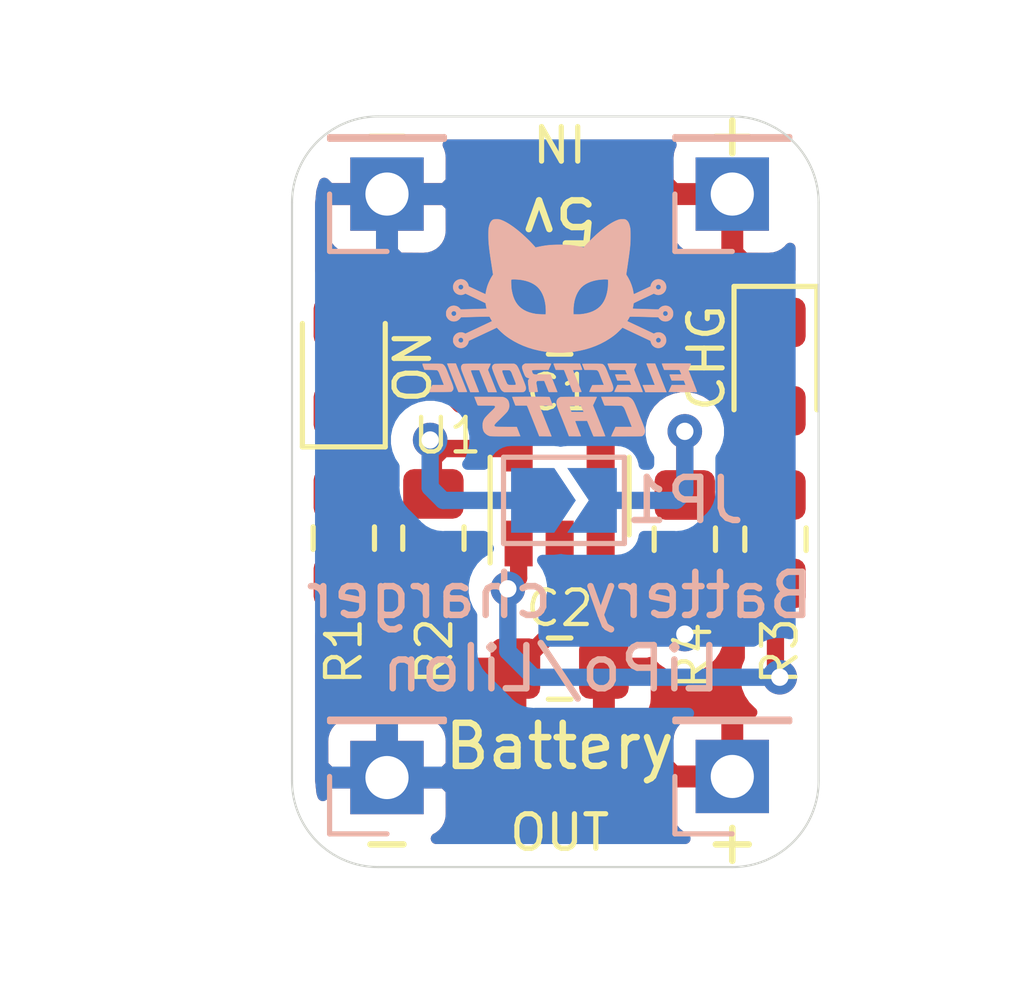
<source format=kicad_pcb>
(kicad_pcb (version 20171130) (host pcbnew "(5.1.0-0)")

  (general
    (thickness 1.6)
    (drawings 24)
    (tracks 45)
    (zones 0)
    (modules 15)
    (nets 9)
  )

  (page A4)
  (title_block
    (title "Battery charger")
    (date 2019-07-08)
    (rev v0.2)
    (company "Electronic Cats")
    (comment 1 "Eduardo Contreras")
  )

  (layers
    (0 F.Cu signal hide)
    (31 B.Cu signal hide)
    (32 B.Adhes user)
    (33 F.Adhes user)
    (34 B.Paste user)
    (35 F.Paste user)
    (36 B.SilkS user)
    (37 F.SilkS user)
    (38 B.Mask user)
    (39 F.Mask user)
    (40 Dwgs.User user)
    (41 Cmts.User user)
    (42 Eco1.User user)
    (43 Eco2.User user)
    (44 Edge.Cuts user)
    (45 Margin user)
    (46 B.CrtYd user)
    (47 F.CrtYd user)
    (48 B.Fab user hide)
    (49 F.Fab user hide)
  )

  (setup
    (last_trace_width 0.4)
    (trace_clearance 0.3)
    (zone_clearance 0.508)
    (zone_45_only no)
    (trace_min 0.2)
    (via_size 0.8)
    (via_drill 0.4)
    (via_min_size 0.4)
    (via_min_drill 0.3)
    (uvia_size 0.3)
    (uvia_drill 0.1)
    (uvias_allowed no)
    (uvia_min_size 0.2)
    (uvia_min_drill 0.1)
    (edge_width 0.05)
    (segment_width 0.2)
    (pcb_text_width 0.3)
    (pcb_text_size 1.5 1.5)
    (mod_edge_width 0.12)
    (mod_text_size 1 1)
    (mod_text_width 0.15)
    (pad_size 1.7 1.7)
    (pad_drill 1)
    (pad_to_mask_clearance 0.051)
    (solder_mask_min_width 0.25)
    (aux_axis_origin 0 0)
    (visible_elements FFFFFF7F)
    (pcbplotparams
      (layerselection 0x010fc_ffffffff)
      (usegerberextensions false)
      (usegerberattributes false)
      (usegerberadvancedattributes false)
      (creategerberjobfile false)
      (excludeedgelayer true)
      (linewidth 0.100000)
      (plotframeref false)
      (viasonmask false)
      (mode 1)
      (useauxorigin false)
      (hpglpennumber 1)
      (hpglpenspeed 20)
      (hpglpendiameter 15.000000)
      (psnegative false)
      (psa4output false)
      (plotreference true)
      (plotvalue true)
      (plotinvisibletext false)
      (padsonsilk false)
      (subtractmaskfromsilk false)
      (outputformat 1)
      (mirror false)
      (drillshape 1)
      (scaleselection 1)
      (outputdirectory ""))
  )

  (net 0 "")
  (net 1 GND)
  (net 2 VCC)
  (net 3 /batt)
  (net 4 "Net-(D1-Pad1)")
  (net 5 "Net-(D2-Pad2)")
  (net 6 "Net-(R3-Pad1)")
  (net 7 "Net-(JP1-Pad1)")
  (net 8 "Net-(JP1-Pad2)")

  (net_class Default "Esta es la clase de red por defecto."
    (clearance 0.3)
    (trace_width 0.4)
    (via_dia 0.8)
    (via_drill 0.4)
    (uvia_dia 0.3)
    (uvia_drill 0.1)
    (add_net /batt)
    (add_net GND)
    (add_net "Net-(D1-Pad1)")
    (add_net "Net-(D2-Pad2)")
    (add_net "Net-(JP1-Pad1)")
    (add_net "Net-(JP1-Pad2)")
    (add_net "Net-(R3-Pad1)")
    (add_net VCC)
  )

  (module Aesthetics:electronic_cats_logo_4x3 (layer B.Cu) (tedit 0) (tstamp 5D23D7CB)
    (at 135 94.1 180)
    (fp_text reference G*** (at 0 0 180) (layer B.SilkS) hide
      (effects (font (size 1.524 1.524) (thickness 0.3)) (justify mirror))
    )
    (fp_text value LOGO (at 0.75 0 180) (layer B.SilkS) hide
      (effects (font (size 1.524 1.524) (thickness 0.3)) (justify mirror))
    )
    (fp_poly (pts (xy 1.492024 2.514153) (xy 1.514312 2.512406) (xy 1.531751 2.508753) (xy 1.546134 2.502586)
      (xy 1.559256 2.4933) (xy 1.572912 2.480287) (xy 1.576859 2.476124) (xy 1.594461 2.453743)
      (xy 1.609397 2.426715) (xy 1.622047 2.394081) (xy 1.632789 2.354882) (xy 1.641099 2.313426)
      (xy 1.643427 2.298253) (xy 1.645234 2.281825) (xy 1.646575 2.262889) (xy 1.647507 2.240188)
      (xy 1.648084 2.212467) (xy 1.648363 2.178469) (xy 1.648409 2.148417) (xy 1.648174 2.104444)
      (xy 1.647429 2.064304) (xy 1.646055 2.026341) (xy 1.643936 1.9889) (xy 1.640955 1.950324)
      (xy 1.636994 1.908957) (xy 1.631935 1.863145) (xy 1.625663 1.811231) (xy 1.623081 1.7907)
      (xy 1.620516 1.77065) (xy 1.617959 1.751118) (xy 1.615298 1.731338) (xy 1.612419 1.710544)
      (xy 1.609209 1.687972) (xy 1.605556 1.662856) (xy 1.601346 1.634429) (xy 1.596467 1.601928)
      (xy 1.590805 1.564585) (xy 1.584247 1.521635) (xy 1.57668 1.472314) (xy 1.567992 1.415855)
      (xy 1.56215 1.37795) (xy 1.539955 1.234017) (xy 1.566535 1.191888) (xy 1.590077 1.151766)
      (xy 1.613747 1.106335) (xy 1.636124 1.058611) (xy 1.655788 1.01161) (xy 1.670113 0.97205)
      (xy 1.677908 0.94681) (xy 1.685686 0.918863) (xy 1.693047 0.889954) (xy 1.699587 0.861824)
      (xy 1.704907 0.836219) (xy 1.708603 0.814881) (xy 1.710275 0.799554) (xy 1.710331 0.797452)
      (xy 1.711555 0.786553) (xy 1.713928 0.779713) (xy 1.716561 0.779244) (xy 1.722977 0.780822)
      (xy 1.733656 0.784654) (xy 1.749078 0.79095) (xy 1.769724 0.799918) (xy 1.796074 0.811767)
      (xy 1.828609 0.826705) (xy 1.867809 0.84494) (xy 1.91264 0.865969) (xy 2.07356 0.941678)
      (xy 2.227781 0.941678) (xy 2.232051 0.922787) (xy 2.242112 0.906525) (xy 2.25663 0.894009)
      (xy 2.274273 0.886357) (xy 2.293708 0.884683) (xy 2.313601 0.890106) (xy 2.315469 0.891033)
      (xy 2.332595 0.903956) (xy 2.343309 0.920538) (xy 2.347801 0.939138) (xy 2.346263 0.958114)
      (xy 2.338885 0.975825) (xy 2.325857 0.990629) (xy 2.307371 1.000885) (xy 2.302546 1.002379)
      (xy 2.282559 1.003686) (xy 2.263028 0.99786) (xy 2.246046 0.986076) (xy 2.233709 0.969507)
      (xy 2.230636 0.962082) (xy 2.227781 0.941678) (xy 2.07356 0.941678) (xy 2.10782 0.957796)
      (xy 2.112742 0.981606) (xy 2.124139 1.01727) (xy 2.142203 1.049029) (xy 2.165919 1.076189)
      (xy 2.194276 1.098054) (xy 2.226262 1.113932) (xy 2.260864 1.123125) (xy 2.297071 1.12494)
      (xy 2.317902 1.122432) (xy 2.355735 1.111466) (xy 2.389185 1.093763) (xy 2.417587 1.070113)
      (xy 2.440279 1.041306) (xy 2.456597 1.008131) (xy 2.465875 0.97138) (xy 2.467826 0.944034)
      (xy 2.463838 0.905502) (xy 2.452343 0.869867) (xy 2.434042 0.837957) (xy 2.409637 0.810596)
      (xy 2.37983 0.78861) (xy 2.345323 0.772827) (xy 2.316096 0.765438) (xy 2.279523 0.763155)
      (xy 2.243352 0.769068) (xy 2.207739 0.78287) (xy 2.182395 0.795417) (xy 1.951622 0.687098)
      (xy 1.910134 0.667558) (xy 1.870866 0.648936) (xy 1.834502 0.631563) (xy 1.801724 0.615774)
      (xy 1.773216 0.601899) (xy 1.749662 0.590272) (xy 1.731743 0.581224) (xy 1.720143 0.575089)
      (xy 1.715558 0.572214) (xy 1.711688 0.563323) (xy 1.710225 0.5527) (xy 1.709356 0.543415)
      (xy 1.70703 0.528099) (xy 1.703616 0.50899) (xy 1.700058 0.491067) (xy 1.696166 0.471992)
      (xy 1.693106 0.456275) (xy 1.691187 0.445569) (xy 1.690716 0.441536) (xy 1.694967 0.441279)
      (xy 1.707009 0.440805) (xy 1.72617 0.440137) (xy 1.751776 0.439295) (xy 1.783156 0.438301)
      (xy 1.819636 0.437174) (xy 1.860545 0.435937) (xy 1.905209 0.434611) (xy 1.952957 0.433216)
      (xy 1.993888 0.432038) (xy 2.051829 0.430389) (xy 2.101891 0.428991) (xy 2.144657 0.427843)
      (xy 2.180711 0.426942) (xy 2.210637 0.426285) (xy 2.235018 0.425869) (xy 2.254439 0.425693)
      (xy 2.269482 0.425754) (xy 2.280731 0.426048) (xy 2.288771 0.426575) (xy 2.294184 0.427331)
      (xy 2.297555 0.428313) (xy 2.299466 0.429519) (xy 2.300381 0.430722) (xy 2.311245 0.445516)
      (xy 2.327194 0.461687) (xy 2.345673 0.476961) (xy 2.364129 0.489065) (xy 2.368536 0.491376)
      (xy 2.405238 0.505132) (xy 2.442304 0.510987) (xy 2.47874 0.509268) (xy 2.513554 0.500301)
      (xy 2.545752 0.484416) (xy 2.57434 0.461938) (xy 2.598325 0.433195) (xy 2.610841 0.41158)
      (xy 2.617699 0.397377) (xy 2.622241 0.386237) (xy 2.624942 0.375728) (xy 2.626281 0.363421)
      (xy 2.626736 0.346883) (xy 2.626783 0.33042) (xy 2.626639 0.308838) (xy 2.625929 0.293327)
      (xy 2.624232 0.28149) (xy 2.621129 0.270932) (xy 2.616201 0.259259) (xy 2.6132 0.252841)
      (xy 2.593256 0.220007) (xy 2.567857 0.192975) (xy 2.538042 0.17212) (xy 2.504852 0.157815)
      (xy 2.469329 0.150435) (xy 2.432513 0.150353) (xy 2.395446 0.157944) (xy 2.373034 0.166558)
      (xy 2.355948 0.176681) (xy 2.336653 0.191725) (xy 2.317588 0.209535) (xy 2.301193 0.227955)
      (xy 2.296553 0.234125) (xy 2.288116 0.246) (xy 2.004483 0.254171) (xy 1.93895 0.256052)
      (xy 1.881361 0.257679) (xy 1.8312 0.259055) (xy 1.787949 0.260179) (xy 1.751088 0.261053)
      (xy 1.720102 0.261676) (xy 1.694471 0.262051) (xy 1.673678 0.262177) (xy 1.657206 0.262056)
      (xy 1.644536 0.261688) (xy 1.63515 0.261074) (xy 1.628531 0.260214) (xy 1.624161 0.25911)
      (xy 1.621521 0.257763) (xy 1.620095 0.256172) (xy 1.619484 0.254741) (xy 1.61652 0.248241)
      (xy 1.610208 0.236102) (xy 1.601447 0.220007) (xy 1.591139 0.201638) (xy 1.590185 0.199964)
      (xy 1.563338 0.152913) (xy 1.872775 0.007191) (xy 2.182213 -0.138531) (xy 2.205817 -0.126536)
      (xy 2.241692 -0.11274) (xy 2.278504 -0.106774) (xy 2.315121 -0.108369) (xy 2.350409 -0.117254)
      (xy 2.383234 -0.133162) (xy 2.412465 -0.155824) (xy 2.434012 -0.180715) (xy 2.448477 -0.203532)
      (xy 2.458088 -0.225837) (xy 2.463606 -0.250236) (xy 2.465795 -0.27934) (xy 2.465916 -0.289983)
      (xy 2.465716 -0.31002) (xy 2.464717 -0.324483) (xy 2.462322 -0.33626) (xy 2.457932 -0.348242)
      (xy 2.45095 -0.363317) (xy 2.450588 -0.364066) (xy 2.430415 -0.397062) (xy 2.40527 -0.424062)
      (xy 2.37618 -0.444865) (xy 2.344172 -0.459272) (xy 2.310271 -0.467083) (xy 2.275505 -0.4681)
      (xy 2.240899 -0.462122) (xy 2.207481 -0.44895) (xy 2.176275 -0.428385) (xy 2.166036 -0.419374)
      (xy 2.143435 -0.394048) (xy 2.126721 -0.365686) (xy 2.114553 -0.331964) (xy 2.113667 -0.32871)
      (xy 2.106083 -0.300202) (xy 2.085289 -0.290404) (xy 2.229072 -0.290404) (xy 2.232822 -0.308983)
      (xy 2.242714 -0.325947) (xy 2.258302 -0.339246) (xy 2.277028 -0.346061) (xy 2.29762 -0.346146)
      (xy 2.316923 -0.339589) (xy 2.320298 -0.337523) (xy 2.335971 -0.322798) (xy 2.34494 -0.305269)
      (xy 2.347652 -0.286474) (xy 2.344557 -0.267951) (xy 2.336103 -0.251241) (xy 2.32274 -0.237881)
      (xy 2.304917 -0.229411) (xy 2.288116 -0.227188) (xy 2.2673 -0.230743) (xy 2.250579 -0.240382)
      (xy 2.23836 -0.254564) (xy 2.231055 -0.271752) (xy 2.229072 -0.290404) (xy 2.085289 -0.290404)
      (xy 1.780788 -0.146926) (xy 1.455492 0.00635) (xy 1.389204 -0.059442) (xy 1.345611 -0.101489)
      (xy 1.304297 -0.138546) (xy 1.262799 -0.172626) (xy 1.218655 -0.205743) (xy 1.169403 -0.239908)
      (xy 1.164166 -0.243417) (xy 1.062694 -0.306247) (xy 0.955802 -0.362864) (xy 0.843999 -0.413101)
      (xy 0.727792 -0.456792) (xy 0.60769 -0.49377) (xy 0.484199 -0.523867) (xy 0.357829 -0.546917)
      (xy 0.229087 -0.562752) (xy 0.179916 -0.566824) (xy 0.148521 -0.568753) (xy 0.112406 -0.570431)
      (xy 0.073652 -0.571807) (xy 0.034336 -0.572831) (xy -0.003462 -0.573452) (xy -0.037664 -0.573619)
      (xy -0.06619 -0.573281) (xy -0.074084 -0.573047) (xy -0.210383 -0.5645) (xy -0.343508 -0.548755)
      (xy -0.473182 -0.525896) (xy -0.599129 -0.496006) (xy -0.721071 -0.459169) (xy -0.838731 -0.41547)
      (xy -0.951832 -0.364991) (xy -1.060097 -0.307816) (xy -1.163249 -0.24403) (xy -1.164167 -0.243417)
      (xy -1.214057 -0.209038) (xy -1.258596 -0.175908) (xy -1.300246 -0.142013) (xy -1.341469 -0.105339)
      (xy -1.384728 -0.063875) (xy -1.389205 -0.059442) (xy -1.455493 0.00635) (xy -1.780789 -0.146926)
      (xy -2.106084 -0.300202) (xy -2.113668 -0.32871) (xy -2.125506 -0.363006) (xy -2.141772 -0.391742)
      (xy -2.163809 -0.417239) (xy -2.166037 -0.419374) (xy -2.19622 -0.442581) (xy -2.228978 -0.458325)
      (xy -2.263284 -0.466805) (xy -2.298111 -0.468221) (xy -2.332432 -0.462773) (xy -2.365222 -0.450659)
      (xy -2.395454 -0.43208) (xy -2.422101 -0.407235) (xy -2.444136 -0.376323) (xy -2.450589 -0.364066)
      (xy -2.457694 -0.348796) (xy -2.462182 -0.336742) (xy -2.464649 -0.325015) (xy -2.465695 -0.310725)
      (xy -2.465917 -0.290982) (xy -2.465917 -0.290811) (xy -2.348474 -0.290811) (xy -2.343961 -0.308376)
      (xy -2.33434 -0.324003) (xy -2.320676 -0.3365) (xy -2.304035 -0.344676) (xy -2.285483 -0.34734)
      (xy -2.266087 -0.343302) (xy -2.260724 -0.340847) (xy -2.24533 -0.328757) (xy -2.234618 -0.312104)
      (xy -2.229191 -0.29311) (xy -2.229653 -0.274) (xy -2.236608 -0.256997) (xy -2.237579 -0.255638)
      (xy -2.254847 -0.238157) (xy -2.273976 -0.22852) (xy -2.293846 -0.226738) (xy -2.31334 -0.232823)
      (xy -2.33134 -0.246786) (xy -2.337907 -0.254628) (xy -2.346811 -0.272497) (xy -2.348474 -0.290811)
      (xy -2.465917 -0.290811) (xy -2.465917 -0.289983) (xy -2.464627 -0.258841) (xy -2.460248 -0.233231)
      (xy -2.452018 -0.210544) (xy -2.439176 -0.188172) (xy -2.434013 -0.180715) (xy -2.408814 -0.152419)
      (xy -2.379038 -0.130643) (xy -2.345818 -0.115657) (xy -2.310287 -0.107728) (xy -2.273579 -0.107127)
      (xy -2.236826 -0.114123) (xy -2.205818 -0.126536) (xy -2.182214 -0.138531) (xy -1.872776 0.007191)
      (xy -1.563339 0.152913) (xy -1.590186 0.199964) (xy -1.600587 0.218452) (xy -1.609521 0.234816)
      (xy -1.616086 0.247372) (xy -1.619382 0.254437) (xy -1.619485 0.254741) (xy -1.620319 0.256523)
      (xy -1.621955 0.258063) (xy -1.624912 0.25936) (xy -1.629708 0.260413) (xy -1.636861 0.261222)
      (xy -1.646888 0.261785) (xy -1.660307 0.262101) (xy -1.677637 0.262171) (xy -1.699395 0.261993)
      (xy -1.726098 0.261567) (xy -1.758265 0.260891) (xy -1.796414 0.259966) (xy -1.841062 0.258789)
      (xy -1.892728 0.257361) (xy -1.951928 0.255681) (xy -2.004484 0.254171) (xy -2.288117 0.246)
      (xy -2.296554 0.234125) (xy -2.311445 0.215998) (xy -2.329856 0.19773) (xy -2.349348 0.181477)
      (xy -2.367481 0.169394) (xy -2.373035 0.166558) (xy -2.409741 0.154076) (xy -2.446835 0.149496)
      (xy -2.483274 0.152443) (xy -2.518019 0.162545) (xy -2.550027 0.179427) (xy -2.578258 0.202714)
      (xy -2.601672 0.232034) (xy -2.613201 0.252841) (xy -2.619111 0.265836) (xy -2.623003 0.27661)
      (xy -2.625295 0.28756) (xy -2.626408 0.30108) (xy -2.626761 0.319567) (xy -2.626784 0.33042)
      (xy -2.626783 0.330678) (xy -2.509583 0.330678) (xy -2.509152 0.322351) (xy -2.506378 0.308868)
      (xy -2.500332 0.298056) (xy -2.489783 0.286967) (xy -2.478393 0.277329) (xy -2.468744 0.272547)
      (xy -2.457094 0.271022) (xy -2.452323 0.270962) (xy -2.433022 0.273402) (xy -2.419949 0.278968)
      (xy -2.40438 0.293575) (xy -2.394987 0.311575) (xy -2.391733 0.331164) (xy -2.394584 0.350533)
      (xy -2.403503 0.367879) (xy -2.418454 0.381393) (xy -2.422015 0.383401) (xy -2.442786 0.390008)
      (xy -2.462941 0.389159) (xy -2.481088 0.381827) (xy -2.495838 0.368986) (xy -2.5058 0.351612)
      (xy -2.509583 0.330678) (xy -2.626783 0.330678) (xy -2.626678 0.351674) (xy -2.626042 0.366892)
      (xy -2.624398 0.378505) (xy -2.621269 0.388943) (xy -2.616177 0.400639) (xy -2.610842 0.41158)
      (xy -2.590338 0.444175) (xy -2.564593 0.470714) (xy -2.5346 0.490872) (xy -2.501352 0.50432)
      (xy -2.465843 0.510732) (xy -2.429068 0.50978) (xy -2.392018 0.501137) (xy -2.368537 0.491376)
      (xy -2.350498 0.480448) (xy -2.331781 0.465768) (xy -2.314942 0.44961) (xy -2.302534 0.434248)
      (xy -2.300382 0.430722) (xy -2.299253 0.429326) (xy -2.297162 0.428153) (xy -2.293525 0.427204)
      (xy -2.287759 0.426482) (xy -2.27928 0.42599) (xy -2.267504 0.42573) (xy -2.251848 0.425704)
      (xy -2.231728 0.425916) (xy -2.20656 0.426367) (xy -2.175762 0.42706) (xy -2.138748 0.427998)
      (xy -2.094936 0.429183) (xy -2.043742 0.430617) (xy -1.993889 0.432038) (xy -1.944118 0.433473)
      (xy -1.896878 0.434857) (xy -1.852844 0.436169) (xy -1.812687 0.437387) (xy -1.77708 0.438491)
      (xy -1.746695 0.43946) (xy -1.722206 0.440272) (xy -1.704284 0.440906) (xy -1.693601 0.441342)
      (xy -1.690717 0.441536) (xy -1.691218 0.445753) (xy -1.693168 0.456597) (xy -1.696252 0.472414)
      (xy -1.700059 0.491067) (xy -1.704118 0.511655) (xy -1.707409 0.530391) (xy -1.709564 0.545037)
      (xy -1.710226 0.5527) (xy -1.711934 0.56422) (xy -1.715559 0.572214) (xy -1.720255 0.57515)
      (xy -1.731943 0.581327) (xy -1.749942 0.590411) (xy -1.773567 0.60207) (xy -1.802136 0.615973)
      (xy -1.834966 0.631786) (xy -1.871374 0.649177) (xy -1.910676 0.667814) (xy -1.951623 0.687098)
      (xy -2.182396 0.795417) (xy -2.20774 0.78287) (xy -2.244177 0.768841) (xy -2.28035 0.763116)
      (xy -2.316097 0.765438) (xy -2.353735 0.775902) (xy -2.387211 0.793202) (xy -2.415824 0.816512)
      (xy -2.438871 0.845005) (xy -2.455652 0.877856) (xy -2.465463 0.914238) (xy -2.467498 0.939889)
      (xy -2.348172 0.939889) (xy -2.343628 0.920536) (xy -2.338626 0.911245) (xy -2.324486 0.896856)
      (xy -2.305879 0.887911) (xy -2.285318 0.885062) (xy -2.265317 0.888961) (xy -2.260764 0.891033)
      (xy -2.243248 0.904109) (xy -2.232343 0.920698) (xy -2.227897 0.939221) (xy -2.229754 0.958098)
      (xy -2.237763 0.975753) (xy -2.251769 0.990604) (xy -2.271454 1.001018) (xy -2.291588 1.0041)
      (xy -2.310125 1.000082) (xy -2.326058 0.990306) (xy -2.338381 0.976119) (xy -2.346088 0.958865)
      (xy -2.348172 0.939889) (xy -2.467498 0.939889) (xy -2.467827 0.944034) (xy -2.463863 0.982891)
      (xy -2.452412 1.018671) (xy -2.434139 1.050594) (xy -2.409706 1.077878) (xy -2.379777 1.099743)
      (xy -2.345016 1.115407) (xy -2.316142 1.122622) (xy -2.279162 1.124892) (xy -2.243383 1.11939)
      (xy -2.209802 1.106807) (xy -2.179417 1.087834) (xy -2.153225 1.063163) (xy -2.132224 1.033486)
      (xy -2.117412 0.999494) (xy -2.112743 0.981606) (xy -2.107821 0.957796) (xy -1.912783 0.866036)
      (xy -1.874894 0.848255) (xy -1.839372 0.83167) (xy -1.806942 0.816615) (xy -1.778329 0.803421)
      (xy -1.754259 0.792423) (xy -1.735458 0.783951) (xy -1.722651 0.77834) (xy -1.716563 0.775922)
      (xy -1.716159 0.775864) (xy -1.71489 0.780406) (xy -1.712569 0.791662) (xy -1.709514 0.807993)
      (xy -1.706043 0.827758) (xy -1.705653 0.830051) (xy -1.687617 0.912773) (xy -1.661806 0.995356)
      (xy -1.628821 1.076247) (xy -1.125904 1.076247) (xy -1.125707 1.052995) (xy -1.124996 1.026232)
      (xy -1.123838 0.997603) (xy -1.122301 0.968748) (xy -1.120454 0.94131) (xy -1.118362 0.916932)
      (xy -1.116095 0.897255) (xy -1.115824 0.89535) (xy -1.100785 0.813472) (xy -1.080588 0.738274)
      (xy -1.05521 0.669704) (xy -1.02463 0.607713) (xy -0.988823 0.552249) (xy -0.947769 0.503262)
      (xy -0.939898 0.495206) (xy -0.891237 0.452469) (xy -0.836168 0.415072) (xy -0.774946 0.383128)
      (xy -0.707823 0.356751) (xy -0.635053 0.336054) (xy -0.55689 0.32115) (xy -0.548217 0.319903)
      (xy -0.524207 0.316611) (xy -0.504817 0.314181) (xy -0.487988 0.312491) (xy -0.471661 0.31142)
      (xy -0.453777 0.310846) (xy -0.432276 0.310647) (xy -0.405099 0.3107) (xy -0.3937 0.310757)
      (xy -0.319617 0.31115) (xy -0.31841 0.383117) (xy -0.31849 0.387024) (xy 0.317499 0.387024)
      (xy 0.317677 0.363042) (xy 0.318169 0.342024) (xy 0.318914 0.325427) (xy 0.319851 0.314707)
      (xy 0.320674 0.311362) (xy 0.326107 0.310149) (xy 0.338645 0.309469) (xy 0.356947 0.309276)
      (xy 0.379671 0.30952) (xy 0.405476 0.310155) (xy 0.433022 0.311132) (xy 0.460966 0.312404)
      (xy 0.487967 0.313923) (xy 0.512684 0.315641) (xy 0.533775 0.31751) (xy 0.549899 0.319483)
      (xy 0.550333 0.31955) (xy 0.565367 0.322449) (xy 2.391714 0.322449) (xy 2.397819 0.303671)
      (xy 2.409645 0.287854) (xy 2.426331 0.276517) (xy 2.44701 0.271181) (xy 2.452322 0.270962)
      (xy 2.465405 0.27178) (xy 2.475289 0.275343) (xy 2.485713 0.283251) (xy 2.489782 0.286967)
      (xy 2.503948 0.305157) (xy 2.51008 0.325345) (xy 2.508004 0.346675) (xy 2.504048 0.357051)
      (xy 2.491987 0.373699) (xy 2.475566 0.384571) (xy 2.456664 0.389562) (xy 2.437161 0.388568)
      (xy 2.418937 0.381485) (xy 2.403873 0.368209) (xy 2.400128 0.362803) (xy 2.392196 0.342666)
      (xy 2.391714 0.322449) (xy 0.565367 0.322449) (xy 0.631009 0.335106) (xy 0.705072 0.355854)
      (xy 0.772666 0.38194) (xy 0.833935 0.413511) (xy 0.889022 0.450713) (xy 0.938073 0.493692)
      (xy 0.98123 0.542597) (xy 1.018637 0.597572) (xy 1.05044 0.658765) (xy 1.076781 0.726323)
      (xy 1.097805 0.800392) (xy 1.113656 0.881118) (xy 1.115823 0.89535) (xy 1.118106 0.914375)
      (xy 1.120221 0.938291) (xy 1.1221 0.965458) (xy 1.123677 0.994233) (xy 1.124882 1.022973)
      (xy 1.125648 1.050036) (xy 1.125909 1.073781) (xy 1.125595 1.092564) (xy 1.12464 1.104744)
      (xy 1.124484 1.105655) (xy 1.121651 1.120756) (xy 1.0847 1.123541) (xy 1.058304 1.124467)
      (xy 1.025742 1.123937) (xy 0.989159 1.122097) (xy 0.950705 1.119095) (xy 0.912525 1.115076)
      (xy 0.876768 1.110188) (xy 0.867833 1.108742) (xy 0.794791 1.093371) (xy 0.726004 1.072645)
      (xy 0.662137 1.046868) (xy 0.603855 1.016343) (xy 0.551823 0.981376) (xy 0.509383 0.944899)
      (xy 0.466738 0.897568) (xy 0.429159 0.843747) (xy 0.396781 0.783831) (xy 0.369741 0.718211)
      (xy 0.348172 0.647282) (xy 0.332211 0.571436) (xy 0.321993 0.491067) (xy 0.317652 0.406568)
      (xy 0.317499 0.387024) (xy -0.31849 0.387024) (xy -0.3201 0.46511) (xy -0.327834 0.544169)
      (xy -0.341424 0.619736) (xy -0.360679 0.691252) (xy -0.38541 0.758159) (xy -0.415427 0.819897)
      (xy -0.45054 0.875908) (xy -0.490559 0.925634) (xy -0.509334 0.945047) (xy -0.554083 0.983264)
      (xy -0.605766 1.017545) (xy -0.663653 1.047555) (xy -0.727018 1.072964) (xy -0.795131 1.093438)
      (xy -0.867266 1.108646) (xy -0.867834 1.108742) (xy -0.902573 1.11384) (xy -0.940311 1.118107)
      (xy -0.978903 1.121397) (xy -1.0162 1.123564) (xy -1.050056 1.124461) (xy -1.078324 1.123941)
      (xy -1.084701 1.123541) (xy -1.121652 1.120756) (xy -1.124485 1.105655) (xy -1.125519 1.094348)
      (xy -1.125904 1.076247) (xy -1.628821 1.076247) (xy -1.628799 1.076299) (xy -1.589178 1.154099)
      (xy -1.564203 1.195917) (xy -1.540135 1.234017) (xy -1.555563 1.337734) (xy -1.567911 1.420983)
      (xy -1.579014 1.496474) (xy -1.588938 1.56481) (xy -1.597748 1.6266) (xy -1.605507 1.682447)
      (xy -1.612281 1.732957) (xy -1.618135 1.778737) (xy -1.623133 1.820393) (xy -1.627339 1.858529)
      (xy -1.630818 1.893751) (xy -1.633635 1.926666) (xy -1.635855 1.957879) (xy -1.637542 1.987996)
      (xy -1.638761 2.017622) (xy -1.639576 2.047364) (xy -1.640053 2.077826) (xy -1.640255 2.109615)
      (xy -1.640269 2.131484) (xy -1.640138 2.172332) (xy -1.63981 2.205876) (xy -1.639236 2.233276)
      (xy -1.638365 2.255694) (xy -1.63715 2.274291) (xy -1.635539 2.290229) (xy -1.633485 2.304667)
      (xy -1.632704 2.309284) (xy -1.622212 2.359377) (xy -1.609536 2.401731) (xy -1.594422 2.436852)
      (xy -1.576613 2.465244) (xy -1.555853 2.487413) (xy -1.535241 2.502004) (xy -1.526207 2.506995)
      (xy -1.518306 2.510445) (xy -1.509709 2.512642) (xy -1.498592 2.513868) (xy -1.483126 2.514411)
      (xy -1.461486 2.514554) (xy -1.454775 2.514561) (xy -1.430266 2.514428) (xy -1.411898 2.51379)
      (xy -1.397346 2.51235) (xy -1.384288 2.509807) (xy -1.370399 2.505864) (xy -1.359525 2.502307)
      (xy -1.305154 2.481148) (xy -1.247339 2.453008) (xy -1.185974 2.417818) (xy -1.120955 2.37551)
      (xy -1.052177 2.326014) (xy -0.979536 2.269261) (xy -0.902927 2.205183) (xy -0.885087 2.18971)
      (xy -0.858663 2.166039) (xy -0.828108 2.137652) (xy -0.794699 2.105814) (xy -0.759713 2.071791)
      (xy -0.724424 2.036848) (xy -0.690109 2.002251) (xy -0.658044 1.969265) (xy -0.629506 1.939157)
      (xy -0.605769 1.913191) (xy -0.602017 1.908955) (xy -0.558912 1.859993) (xy -0.494298 1.873943)
      (xy -0.42809 1.887489) (xy -0.365731 1.898564) (xy -0.305374 1.907354) (xy -0.245171 1.914045)
      (xy -0.183272 1.918822) (xy -0.117831 1.921871) (xy -0.046998 1.923379) (xy 0 1.92362)
      (xy 0.075062 1.922968) (xy 0.143597 1.920888) (xy 0.207454 1.917195) (xy 0.26848 1.911702)
      (xy 0.328523 1.904224) (xy 0.389433 1.894575) (xy 0.453057 1.882569) (xy 0.494297 1.873943)
      (xy 0.558911 1.859993) (xy 0.602247 1.908935) (xy 0.618328 1.926668) (xy 0.638858 1.948658)
      (xy 0.662242 1.973231) (xy 0.686883 1.998716) (xy 0.711186 2.023441) (xy 0.71969 2.03198)
      (xy 0.788163 2.098599) (xy 0.856727 2.161701) (xy 0.924868 2.220911) (xy 0.992071 2.275856)
      (xy 1.057823 2.32616) (xy 1.121608 2.371451) (xy 1.182913 2.411352) (xy 1.241223 2.445491)
      (xy 1.296024 2.473492) (xy 1.346801 2.494981) (xy 1.364382 2.501179) (xy 1.381569 2.506675)
      (xy 1.395679 2.510428) (xy 1.40913 2.512768) (xy 1.424342 2.514024) (xy 1.443734 2.514524)
      (xy 1.463092 2.5146) (xy 1.492024 2.514153)) (layer B.SilkS) (width 0.01))
    (fp_poly (pts (xy 2.955383 -0.833966) (xy 3.175 -0.833966) (xy 3.175 -0.845902) (xy 3.173467 -0.854062)
      (xy 3.16926 -0.868254) (xy 3.162965 -0.886695) (xy 3.155167 -0.907604) (xy 3.152383 -0.914693)
      (xy 3.129766 -0.971549) (xy 2.988341 -0.973666) (xy 2.944284 -0.974447) (xy 2.908338 -0.975357)
      (xy 2.880145 -0.976413) (xy 2.859351 -0.977632) (xy 2.8456 -0.979031) (xy 2.838534 -0.980627)
      (xy 2.838084 -0.980852) (xy 2.824473 -0.991643) (xy 2.810485 -1.007538) (xy 2.798426 -1.025609)
      (xy 2.79171 -1.039691) (xy 2.788267 -1.048647) (xy 2.782112 -1.064342) (xy 2.773688 -1.085657)
      (xy 2.76344 -1.111474) (xy 2.751811 -1.140674) (xy 2.739243 -1.172141) (xy 2.731844 -1.190627)
      (xy 2.719352 -1.221937) (xy 2.707933 -1.250795) (xy 2.697957 -1.276247) (xy 2.689794 -1.29734)
      (xy 2.683813 -1.313122) (xy 2.680385 -1.32264) (xy 2.6797 -1.325035) (xy 2.683887 -1.326337)
      (xy 2.696274 -1.32741) (xy 2.716596 -1.328248) (xy 2.744588 -1.328841) (xy 2.779984 -1.329182)
      (xy 2.813344 -1.329266) (xy 2.946989 -1.329266) (xy 2.974669 -1.387474) (xy 2.985117 -1.409672)
      (xy 2.994919 -1.430906) (xy 3.003172 -1.449194) (xy 3.008975 -1.462555) (xy 3.010296 -1.465791)
      (xy 3.018243 -1.485899) (xy 2.773829 -1.485518) (xy 2.728725 -1.485382) (xy 2.685862 -1.485128)
      (xy 2.646039 -1.484768) (xy 2.610059 -1.484316) (xy 2.578721 -1.483785) (xy 2.552827 -1.483188)
      (xy 2.533177 -1.482537) (xy 2.520572 -1.481847) (xy 2.516158 -1.481293) (xy 2.502233 -1.473829)
      (xy 2.488164 -1.460705) (xy 2.476116 -1.444408) (xy 2.468258 -1.427422) (xy 2.467795 -1.425814)
      (xy 2.465218 -1.412598) (xy 2.464572 -1.398073) (xy 2.466076 -1.381418) (xy 2.469949 -1.361812)
      (xy 2.47641 -1.338435) (xy 2.48568 -1.310464) (xy 2.497977 -1.277078) (xy 2.51352 -1.237458)
      (xy 2.526937 -1.204383) (xy 2.539614 -1.17323) (xy 2.553668 -1.138331) (xy 2.56785 -1.102814)
      (xy 2.58091 -1.069803) (xy 2.588713 -1.049866) (xy 2.605081 -1.008371) (xy 2.619198 -0.97401)
      (xy 2.631516 -0.945897) (xy 2.642487 -0.923142) (xy 2.652563 -0.904857) (xy 2.662195 -0.890154)
      (xy 2.671836 -0.878143) (xy 2.680593 -0.869183) (xy 2.688525 -0.861663) (xy 2.695489 -0.855295)
      (xy 2.702229 -0.849984) (xy 2.709493 -0.845634) (xy 2.718024 -0.842149) (xy 2.72857 -0.839434)
      (xy 2.741876 -0.837393) (xy 2.758688 -0.835932) (xy 2.779751 -0.834953) (xy 2.805811 -0.834362)
      (xy 2.837614 -0.834063) (xy 2.875905 -0.83396) (xy 2.921431 -0.833958) (xy 2.955383 -0.833966)) (layer B.SilkS) (width 0.01))
    (fp_poly (pts (xy 2.532708 -0.829856) (xy 2.557541 -0.8302) (xy 2.578145 -0.83073) (xy 2.593346 -0.83141)
      (xy 2.60197 -0.832206) (xy 2.6035 -0.832731) (xy 2.601963 -0.837032) (xy 2.597507 -0.848605)
      (xy 2.590365 -0.866866) (xy 2.580769 -0.891229) (xy 2.56895 -0.921109) (xy 2.555141 -0.95592)
      (xy 2.539574 -0.995076) (xy 2.522481 -1.037993) (xy 2.504094 -1.084084) (xy 2.484645 -1.132765)
      (xy 2.473426 -1.160815) (xy 2.343353 -1.485899) (xy 2.244826 -1.485899) (xy 2.216961 -1.485775)
      (xy 2.192151 -1.485427) (xy 2.171573 -1.484891) (xy 2.1564 -1.484202) (xy 2.147808 -1.483398)
      (xy 2.1463 -1.48287) (xy 2.147835 -1.478565) (xy 2.152286 -1.466985) (xy 2.159422 -1.448717)
      (xy 2.169009 -1.424347) (xy 2.180817 -1.394459) (xy 2.194613 -1.359641) (xy 2.210165 -1.320477)
      (xy 2.227242 -1.277553) (xy 2.245611 -1.231455) (xy 2.26504 -1.182769) (xy 2.27622 -1.154787)
      (xy 2.40614 -0.829733) (xy 2.50482 -0.829733) (xy 2.532708 -0.829856)) (layer B.SilkS) (width 0.01))
    (fp_poly (pts (xy 0.368294 -0.830122) (xy 0.415046 -0.830238) (xy 0.46944 -0.830435) (xy 0.49878 -0.830558)
      (xy 0.798595 -0.831849) (xy 0.823363 -0.844549) (xy 0.845254 -0.859509) (xy 0.85966 -0.878297)
      (xy 0.866852 -0.901347) (xy 0.867833 -0.915588) (xy 0.86582 -0.933244) (xy 0.859923 -0.95764)
      (xy 0.850358 -0.988108) (xy 0.837338 -1.023979) (xy 0.821078 -1.064584) (xy 0.816874 -1.074589)
      (xy 0.805395 -1.100305) (xy 0.795 -1.119416) (xy 0.784245 -1.133397) (xy 0.771683 -1.143721)
      (xy 0.75587 -1.151863) (xy 0.735359 -1.159299) (xy 0.733131 -1.160017) (xy 0.718124 -1.164815)
      (xy 0.705899 -1.168722) (xy 0.69909 -1.170896) (xy 0.699069 -1.170902) (xy 0.697727 -1.174413)
      (xy 0.702684 -1.182409) (xy 0.71012 -1.191002) (xy 0.722289 -1.206737) (xy 0.72857 -1.22208)
      (xy 0.729702 -1.227989) (xy 0.730153 -1.239536) (xy 0.729356 -1.258517) (xy 0.727402 -1.284007)
      (xy 0.724383 -1.31508) (xy 0.720387 -1.350809) (xy 0.715508 -1.39027) (xy 0.709834 -1.432535)
      (xy 0.709194 -1.437113) (xy 0.706587 -1.4558) (xy 0.704484 -1.471101) (xy 0.703125 -1.481257)
      (xy 0.702733 -1.48452) (xy 0.698696 -1.484912) (xy 0.687375 -1.485261) (xy 0.669951 -1.48555)
      (xy 0.647605 -1.485762) (xy 0.62152 -1.48588) (xy 0.605366 -1.485899) (xy 0.570756 -1.485716)
      (xy 0.543412 -1.485172) (xy 0.523639 -1.484284) (xy 0.511738 -1.483062) (xy 0.507999 -1.481614)
      (xy 0.508714 -1.476439) (xy 0.510726 -1.464084) (xy 0.513837 -1.445706) (xy 0.517851 -1.42246)
      (xy 0.522569 -1.395499) (xy 0.527186 -1.369407) (xy 0.533168 -1.33555) (xy 0.537677 -1.308944)
      (xy 0.540734 -1.288508) (xy 0.542364 -1.27316) (xy 0.542589 -1.261818) (xy 0.541434 -1.253401)
      (xy 0.53892 -1.246827) (xy 0.535073 -1.241014) (xy 0.530083 -1.235074) (xy 0.527054 -1.232509)
      (xy 0.522295 -1.230608) (xy 0.514633 -1.229273) (xy 0.502898 -1.228408) (xy 0.485915 -1.227917)
      (xy 0.462513 -1.227703) (xy 0.440177 -1.227666) (xy 0.356733 -1.227666) (xy 0.344138 -1.256241)
      (xy 0.339032 -1.268234) (xy 0.331428 -1.286627) (xy 0.321927 -1.309943) (xy 0.31113 -1.336702)
      (xy 0.299637 -1.365426) (xy 0.291717 -1.385358) (xy 0.251891 -1.485899) (xy 0.055148 -1.485899)
      (xy 0.064615 -1.461023) (xy 0.068158 -1.451881) (xy 0.074454 -1.435812) (xy 0.083131 -1.41376)
      (xy 0.093817 -1.386666) (xy 0.10614 -1.355474) (xy 0.119729 -1.321127) (xy 0.134211 -1.284566)
      (xy 0.143933 -1.260045) (xy 0.213783 -1.083943) (xy 0.397933 -1.083745) (xy 0.442621 -1.083674)
      (xy 0.479652 -1.083545) (xy 0.509834 -1.083325) (xy 0.533977 -1.082983) (xy 0.552889 -1.082488)
      (xy 0.567379 -1.081807) (xy 0.578257 -1.080908) (xy 0.586331 -1.079761) (xy 0.592411 -1.078333)
      (xy 0.597305 -1.076592) (xy 0.599016 -1.075844) (xy 0.611579 -1.069338) (xy 0.620246 -1.062056)
      (xy 0.626837 -1.051716) (xy 0.633172 -1.036039) (xy 0.635022 -1.030751) (xy 0.639398 -1.018023)
      (xy 0.64261 -1.007341) (xy 0.644034 -0.998527) (xy 0.643049 -0.991402) (xy 0.639034 -0.985785)
      (xy 0.631367 -0.981498) (xy 0.619425 -0.978362) (xy 0.602588 -0.976197) (xy 0.580233 -0.974824)
      (xy 0.551738 -0.974063) (xy 0.516482 -0.973736) (xy 0.473843 -0.973662) (xy 0.437044 -0.973666)
      (xy 0.259983 -0.973666) (xy 0.229475 -0.907614) (xy 0.219433 -0.88553) (xy 0.210783 -0.865848)
      (xy 0.204111 -0.849959) (xy 0.200007 -0.839257) (xy 0.198966 -0.835414) (xy 0.199827 -0.834222)
      (xy 0.202779 -0.833201) (xy 0.208378 -0.832343) (xy 0.217178 -0.831638) (xy 0.229735 -0.831077)
      (xy 0.246604 -0.830651) (xy 0.268339 -0.830352) (xy 0.295496 -0.83017) (xy 0.328629 -0.830096)
      (xy 0.368294 -0.830122)) (layer B.SilkS) (width 0.01))
    (fp_poly (pts (xy 0.02745 -0.830529) (xy 0.058504 -0.830713) (xy 0.083663 -0.831008) (xy 0.103441 -0.831423)
      (xy 0.118351 -0.831965) (xy 0.12891 -0.832641) (xy 0.135629 -0.833459) (xy 0.139024 -0.834426)
      (xy 0.139699 -0.835226) (xy 0.138223 -0.840875) (xy 0.134139 -0.852946) (xy 0.127967 -0.869995)
      (xy 0.120226 -0.890576) (xy 0.114299 -0.905933) (xy 0.105836 -0.927718) (xy 0.098567 -0.946568)
      (xy 0.093004 -0.96115) (xy 0.089654 -0.970131) (xy 0.088899 -0.972378) (xy 0.084866 -0.972749)
      (xy 0.073563 -0.973078) (xy 0.05619 -0.973349) (xy 0.033943 -0.973546) (xy 0.00802 -0.973652)
      (xy -0.005884 -0.973666) (xy -0.100668 -0.973666) (xy -0.11014 -0.993774) (xy -0.115594 -1.006055)
      (xy -0.122997 -1.023676) (xy -0.131285 -1.044067) (xy -0.137761 -1.060449) (xy -0.143235 -1.074393)
      (xy -0.151423 -1.095107) (xy -0.16189 -1.1215) (xy -0.174203 -1.152482) (xy -0.187929 -1.186961)
      (xy -0.202633 -1.223849) (xy -0.217882 -1.262054) (xy -0.226131 -1.282699) (xy -0.240867 -1.319619)
      (xy -0.254757 -1.354517) (xy -0.267455 -1.386521) (xy -0.278619 -1.414762) (xy -0.287905 -1.438368)
      (xy -0.294968 -1.456468) (xy -0.299466 -1.468192) (xy -0.300905 -1.472141) (xy -0.305457 -1.485899)
      (xy -0.404612 -1.485899) (xy -0.438752 -1.485723) (xy -0.466163 -1.485204) (xy -0.486418 -1.484362)
      (xy -0.499089 -1.483214) (xy -0.503751 -1.481779) (xy -0.503767 -1.481682) (xy -0.502233 -1.477108)
      (xy -0.497809 -1.465359) (xy -0.490763 -1.447119) (xy -0.481365 -1.423069) (xy -0.469883 -1.393892)
      (xy -0.456585 -1.360268) (xy -0.441739 -1.32288) (xy -0.425614 -1.28241) (xy -0.40848 -1.239541)
      (xy -0.40585 -1.232974) (xy -0.388529 -1.189687) (xy -0.37212 -1.148613) (xy -0.356899 -1.110444)
      (xy -0.343142 -1.075876) (xy -0.331124 -1.045602) (xy -0.321121 -1.020316) (xy -0.313407 -1.000712)
      (xy -0.308259 -0.987484) (xy -0.305952 -0.981326) (xy -0.305873 -0.981074) (xy -0.305727 -0.978813)
      (xy -0.307327 -0.977063) (xy -0.311609 -0.97576) (xy -0.319512 -0.974839) (xy -0.331972 -0.974235)
      (xy -0.349928 -0.973881) (xy -0.374316 -0.973714) (xy -0.406075 -0.973667) (xy -0.412257 -0.973666)
      (xy -0.445407 -0.973631) (xy -0.471045 -0.97348) (xy -0.490124 -0.97315) (xy -0.503599 -0.972574)
      (xy -0.512424 -0.971688) (xy -0.517554 -0.970425) (xy -0.519941 -0.968722) (xy -0.520541 -0.966512)
      (xy -0.52054 -0.966258) (xy -0.519022 -0.959917) (xy -0.514935 -0.947222) (xy -0.508807 -0.929699)
      (xy -0.501165 -0.908875) (xy -0.496042 -0.895349) (xy -0.471705 -0.831849) (xy -0.166003 -0.830763)
      (xy -0.106225 -0.830575) (xy -0.0544 -0.830468) (xy -0.010013 -0.83045) (xy 0.02745 -0.830529)) (layer B.SilkS) (width 0.01))
    (fp_poly (pts (xy -0.693624 -0.834115) (xy -0.646325 -0.83433) (xy -0.606523 -0.834701) (xy -0.574395 -0.835224)
      (xy -0.550118 -0.835895) (xy -0.53387 -0.836713) (xy -0.525828 -0.837673) (xy -0.524934 -0.838162)
      (xy -0.526421 -0.843327) (xy -0.530537 -0.854952) (xy -0.536763 -0.871639) (xy -0.544579 -0.891988)
      (xy -0.550856 -0.908012) (xy -0.576778 -0.973666) (xy -0.708547 -0.97369) (xy -0.750261 -0.973859)
      (xy -0.786042 -0.974341) (xy -0.815342 -0.975117) (xy -0.837611 -0.97617) (xy -0.852297 -0.977483)
      (xy -0.85725 -0.978391) (xy -0.875606 -0.987425) (xy -0.892747 -1.003208) (xy -0.907053 -1.024033)
      (xy -0.913371 -1.037634) (xy -0.917077 -1.047052) (xy -0.923474 -1.063212) (xy -0.932116 -1.084992)
      (xy -0.942557 -1.111271) (xy -0.954351 -1.140926) (xy -0.967053 -1.172835) (xy -0.975404 -1.193799)
      (xy -1.028538 -1.327149) (xy -0.757876 -1.331383) (xy -0.742589 -1.363133) (xy -0.731306 -1.386878)
      (xy -0.720305 -1.410583) (xy -0.710178 -1.432917) (xy -0.701512 -1.45255) (xy -0.694899 -1.468154)
      (xy -0.690927 -1.478397) (xy -0.690034 -1.481693) (xy -0.694242 -1.482685) (xy -0.706772 -1.483545)
      (xy -0.727476 -1.48427) (xy -0.756211 -1.484859) (xy -0.792831 -1.485309) (xy -0.837191 -1.485617)
      (xy -0.889146 -1.48578) (xy -0.934509 -1.485807) (xy -0.986332 -1.485775) (xy -1.030379 -1.485707)
      (xy -1.067341 -1.485583) (xy -1.097908 -1.48538) (xy -1.122771 -1.485078) (xy -1.142621 -1.484654)
      (xy -1.158149 -1.484088) (xy -1.170044 -1.483357) (xy -1.178998 -1.482442) (xy -1.185702 -1.481319)
      (xy -1.190846 -1.479968) (xy -1.19512 -1.478367) (xy -1.196696 -1.477672) (xy -1.216301 -1.464594)
      (xy -1.229947 -1.445761) (xy -1.23776 -1.420953) (xy -1.239686 -1.403421) (xy -1.239651 -1.389394)
      (xy -1.237984 -1.374014) (xy -1.234406 -1.356373) (xy -1.22864 -1.33556) (xy -1.220409 -1.310666)
      (xy -1.209434 -1.280781) (xy -1.195439 -1.244996) (xy -1.178974 -1.204414) (xy -1.166597 -1.174073)
      (xy -1.152456 -1.139075) (xy -1.137849 -1.102655) (xy -1.124077 -1.068049) (xy -1.115963 -1.047488)
      (xy -1.099405 -1.005924) (xy -1.08514 -0.971511) (xy -1.072734 -0.94338) (xy -1.061754 -0.920664)
      (xy -1.051769 -0.902498) (xy -1.042346 -0.888013) (xy -1.033053 -0.876343) (xy -1.027827 -0.870796)
      (xy -1.020162 -0.863057) (xy -1.013388 -0.85649) (xy -1.006772 -0.850999) (xy -0.99958 -0.846488)
      (xy -0.991078 -0.84286) (xy -0.980534 -0.840018) (xy -0.967214 -0.837868) (xy -0.950384 -0.836311)
      (xy -0.929312 -0.835252) (xy -0.903263 -0.834595) (xy -0.871504 -0.834242) (xy -0.833303 -0.834099)
      (xy -0.787925 -0.834067) (xy -0.748242 -0.834059) (xy -0.693624 -0.834115)) (layer B.SilkS) (width 0.01))
    (fp_poly (pts (xy -1.376971 -0.829786) (xy -1.314593 -0.829947) (xy -1.260652 -0.830216) (xy -1.215134 -0.830592)
      (xy -1.178025 -0.831076) (xy -1.149309 -0.831669) (xy -1.128974 -0.832369) (xy -1.117004 -0.833178)
      (xy -1.113367 -0.834032) (xy -1.114825 -0.839228) (xy -1.118863 -0.850925) (xy -1.12498 -0.867739)
      (xy -1.132674 -0.888283) (xy -1.139426 -0.905953) (xy -1.165486 -0.973575) (xy -1.343665 -0.974679)
      (xy -1.521845 -0.975783) (xy -1.565811 -1.083733) (xy -1.290109 -1.083733) (xy -1.292458 -1.095374)
      (xy -1.294829 -1.103484) (xy -1.2997 -1.117647) (xy -1.306426 -1.13606) (xy -1.314356 -1.156918)
      (xy -1.316767 -1.163108) (xy -1.338726 -1.219199) (xy -1.477412 -1.219199) (xy -1.517743 -1.219277)
      (xy -1.550291 -1.219528) (xy -1.575737 -1.219976) (xy -1.594762 -1.220647) (xy -1.608049 -1.221566)
      (xy -1.616277 -1.222759) (xy -1.62013 -1.224251) (xy -1.620364 -1.224491) (xy -1.623504 -1.230322)
      (xy -1.628923 -1.242323) (xy -1.63587 -1.258761) (xy -1.643591 -1.277901) (xy -1.643814 -1.278466)
      (xy -1.662995 -1.327149) (xy -1.501198 -1.328257) (xy -1.339401 -1.329364) (xy -1.304701 -1.40492)
      (xy -1.29403 -1.428287) (xy -1.284688 -1.448995) (xy -1.277215 -1.465828) (xy -1.27215 -1.477571)
      (xy -1.270031 -1.483006) (xy -1.270001 -1.483188) (xy -1.274126 -1.483618) (xy -1.286073 -1.484027)
      (xy -1.305196 -1.484409) (xy -1.330849 -1.48476) (xy -1.362387 -1.485074) (xy -1.399165 -1.485345)
      (xy -1.440536 -1.485568) (xy -1.485857 -1.485738) (xy -1.53448 -1.48585) (xy -1.585761 -1.485898)
      (xy -1.596426 -1.485899) (xy -1.922852 -1.485899) (xy -1.919932 -1.474258) (xy -1.917866 -1.468332)
      (xy -1.912919 -1.455266) (xy -1.905371 -1.435774) (xy -1.895504 -1.410568) (xy -1.883599 -1.380363)
      (xy -1.869937 -1.345872) (xy -1.8548 -1.307808) (xy -1.838468 -1.266885) (xy -1.821225 -1.223817)
      (xy -1.81999 -1.220739) (xy -1.802783 -1.177745) (xy -1.786552 -1.136996) (xy -1.771566 -1.099186)
      (xy -1.758096 -1.065006) (xy -1.746415 -1.035149) (xy -1.736791 -1.010309) (xy -1.729497 -0.991177)
      (xy -1.724804 -0.978447) (xy -1.722981 -0.972811) (xy -1.722967 -0.97267) (xy -1.724721 -0.966904)
      (xy -1.729567 -0.954964) (xy -1.736882 -0.938283) (xy -1.746045 -0.918296) (xy -1.7526 -0.904412)
      (xy -1.762621 -0.88305) (xy -1.771193 -0.864064) (xy -1.777694 -0.848892) (xy -1.7815 -0.83897)
      (xy -1.782234 -0.836038) (xy -1.781457 -0.834876) (xy -1.778774 -0.833862) (xy -1.773655 -0.832989)
      (xy -1.765568 -0.832245) (xy -1.753985 -0.831621) (xy -1.738374 -0.831106) (xy -1.718206 -0.830691)
      (xy -1.69295 -0.830366) (xy -1.662077 -0.83012) (xy -1.625056 -0.829944) (xy -1.581357 -0.829828)
      (xy -1.530449 -0.829762) (xy -1.471803 -0.829735) (xy -1.447801 -0.829733) (xy -1.376971 -0.829786)) (layer B.SilkS) (width 0.01))
    (fp_poly (pts (xy -2.652714 -0.829771) (xy -2.602847 -0.829883) (xy -2.556136 -0.830061) (xy -2.51322 -0.8303)
      (xy -2.474737 -0.830594) (xy -2.441322 -0.830938) (xy -2.413616 -0.831324) (xy -2.392254 -0.831748)
      (xy -2.377875 -0.832203) (xy -2.371117 -0.832684) (xy -2.370667 -0.832846) (xy -2.372117 -0.837632)
      (xy -2.376138 -0.848968) (xy -2.382237 -0.865512) (xy -2.389919 -0.885921) (xy -2.397126 -0.904785)
      (xy -2.423584 -0.973612) (xy -2.777598 -0.973666) (xy -2.790041 -1.001108) (xy -2.798505 -1.020537)
      (xy -2.807381 -1.042078) (xy -2.812869 -1.056141) (xy -2.823254 -1.083733) (xy -2.685861 -1.083733)
      (xy -2.646292 -1.083804) (xy -2.614509 -1.084035) (xy -2.589834 -1.084451) (xy -2.571587 -1.085078)
      (xy -2.559089 -1.085943) (xy -2.551661 -1.08707) (xy -2.548624 -1.088486) (xy -2.548467 -1.088964)
      (xy -2.549927 -1.094541) (xy -2.553956 -1.106523) (xy -2.56003 -1.123433) (xy -2.567624 -1.143793)
      (xy -2.572554 -1.156697) (xy -2.596641 -1.219199) (xy -2.877877 -1.219199) (xy -2.89155 -1.252008)
      (xy -2.899201 -1.270858) (xy -2.906653 -1.290035) (xy -2.912416 -1.305697) (xy -2.912884 -1.307041)
      (xy -2.920544 -1.329266) (xy -2.758847 -1.329371) (xy -2.59715 -1.329477) (xy -2.563284 -1.403757)
      (xy -2.552685 -1.427046) (xy -2.543294 -1.447758) (xy -2.53568 -1.464636) (xy -2.530409 -1.47642)
      (xy -2.528049 -1.481854) (xy -2.528006 -1.481969) (xy -2.531902 -1.482698) (xy -2.543877 -1.483364)
      (xy -2.563542 -1.483964) (xy -2.590509 -1.484491) (xy -2.624391 -1.484943) (xy -2.664798 -1.485312)
      (xy -2.711344 -1.485596) (xy -2.763639 -1.48579) (xy -2.821296 -1.485888) (xy -2.850798 -1.485899)
      (xy -3.175 -1.485899) (xy -3.175 -1.473754) (xy -3.17345 -1.467701) (xy -3.168986 -1.454538)
      (xy -3.161886 -1.434993) (xy -3.152431 -1.409798) (xy -3.140899 -1.379683) (xy -3.12757 -1.345377)
      (xy -3.112724 -1.307611) (xy -3.09664 -1.267116) (xy -3.081473 -1.229279) (xy -3.064434 -1.186916)
      (xy -3.048254 -1.146618) (xy -3.033226 -1.10912) (xy -3.019643 -1.075156) (xy -3.007798 -1.045459)
      (xy -2.997983 -1.020763) (xy -2.990491 -1.001802) (xy -2.985616 -0.989311) (xy -2.983719 -0.984244)
      (xy -2.982488 -0.978772) (xy -2.982728 -0.972438) (xy -2.984873 -0.963944) (xy -2.989359 -0.951993)
      (xy -2.996621 -0.935287) (xy -3.007095 -0.912528) (xy -3.009513 -0.907351) (xy -3.019527 -0.885554)
      (xy -3.028124 -0.866103) (xy -3.034701 -0.850424) (xy -3.038653 -0.839945) (xy -3.039534 -0.836448)
      (xy -3.038945 -0.835215) (xy -3.036819 -0.834142) (xy -3.032617 -0.833217) (xy -3.025799 -0.832429)
      (xy -3.015826 -0.831768) (xy -3.002158 -0.831223) (xy -2.984257 -0.830783) (xy -2.961583 -0.830437)
      (xy -2.933597 -0.830174) (xy -2.899759 -0.829984) (xy -2.859531 -0.829856) (xy -2.812372 -0.829778)
      (xy -2.757744 -0.829741) (xy -2.705101 -0.829733) (xy -2.652714 -0.829771)) (layer B.SilkS) (width 0.01))
    (fp_poly (pts (xy 2.019181 -0.833992) (xy 2.064082 -0.834081) (xy 2.102309 -0.834273) (xy 2.13446 -0.834606)
      (xy 2.161132 -0.835118) (xy 2.182923 -0.835848) (xy 2.200431 -0.836834) (xy 2.214254 -0.838114)
      (xy 2.224988 -0.839728) (xy 2.233232 -0.841713) (xy 2.239583 -0.844108) (xy 2.244639 -0.846951)
      (xy 2.248997 -0.850281) (xy 2.253255 -0.854136) (xy 2.255662 -0.856393) (xy 2.269156 -0.872121)
      (xy 2.277699 -0.890086) (xy 2.2813 -0.911158) (xy 2.279968 -0.93621) (xy 2.273713 -0.966113)
      (xy 2.262543 -1.001737) (xy 2.257369 -1.015999) (xy 2.251556 -1.031247) (xy 2.242965 -1.053331)
      (xy 2.231995 -1.081245) (xy 2.219047 -1.113978) (xy 2.204522 -1.15052) (xy 2.188819 -1.189863)
      (xy 2.172341 -1.230998) (xy 2.155486 -1.272915) (xy 2.152009 -1.281541) (xy 2.067983 -1.489933)
      (xy 1.969558 -1.490033) (xy 1.934074 -1.489903) (xy 1.906772 -1.489426) (xy 1.887375 -1.488588)
      (xy 1.875605 -1.487377) (xy 1.871183 -1.48578) (xy 1.871133 -1.485563) (xy 1.872657 -1.480906)
      (xy 1.877048 -1.469085) (xy 1.884033 -1.4508) (xy 1.893338 -1.426752) (xy 1.904692 -1.397639)
      (xy 1.917821 -1.364162) (xy 1.932452 -1.32702) (xy 1.948313 -1.286913) (xy 1.964266 -1.246716)
      (xy 1.981083 -1.204237) (xy 1.996925 -1.163882) (xy 2.011515 -1.126375) (xy 2.024579 -1.09244)
      (xy 2.035843 -1.062799) (xy 2.045031 -1.038175) (xy 2.051868 -1.019291) (xy 2.05608 -1.006871)
      (xy 2.0574 -1.001759) (xy 2.056728 -0.994398) (xy 2.054078 -0.988713) (xy 2.048497 -0.984492)
      (xy 2.039034 -0.981522) (xy 2.024736 -0.97959) (xy 2.00465 -0.978485) (xy 1.977826 -0.977994)
      (xy 1.950474 -0.977899) (xy 1.862365 -0.977899) (xy 1.853483 -0.998008) (xy 1.850315 -1.005541)
      (xy 1.84431 -1.020175) (xy 1.835775 -1.041148) (xy 1.825018 -1.067702) (xy 1.812345 -1.099075)
      (xy 1.798065 -1.134507) (xy 1.782484 -1.173237) (xy 1.765909 -1.214505) (xy 1.750444 -1.253066)
      (xy 1.656288 -1.488016) (xy 1.557915 -1.489154) (xy 1.459542 -1.490291) (xy 1.46248 -1.47857)
      (xy 1.464544 -1.472649) (xy 1.469494 -1.459581) (xy 1.477049 -1.440071) (xy 1.486932 -1.414827)
      (xy 1.498864 -1.384554) (xy 1.512567 -1.349958) (xy 1.527763 -1.311746) (xy 1.544172 -1.270624)
      (xy 1.561516 -1.227298) (xy 1.564313 -1.220323) (xy 1.663208 -0.973797) (xy 1.634407 -0.913297)
      (xy 1.624297 -0.891867) (xy 1.615342 -0.872524) (xy 1.608253 -0.85683) (xy 1.603741 -0.846349)
      (xy 1.602617 -0.843382) (xy 1.599629 -0.833966) (xy 1.967008 -0.833966) (xy 2.019181 -0.833992)) (layer B.SilkS) (width 0.01))
    (fp_poly (pts (xy 1.32766 -0.834125) (xy 1.377213 -0.834417) (xy 1.418597 -0.834905) (xy 1.451753 -0.835589)
      (xy 1.476618 -0.836467) (xy 1.493134 -0.837537) (xy 1.500716 -0.838639) (xy 1.524464 -0.849169)
      (xy 1.543244 -0.865737) (xy 1.556027 -0.887021) (xy 1.561785 -0.911701) (xy 1.562007 -0.917356)
      (xy 1.561543 -0.925902) (xy 1.559915 -0.936215) (xy 1.55689 -0.948964) (xy 1.552236 -0.964819)
      (xy 1.545722 -0.984451) (xy 1.537115 -1.008529) (xy 1.526183 -1.037723) (xy 1.512695 -1.072704)
      (xy 1.496418 -1.114141) (xy 1.47712 -1.162705) (xy 1.476568 -1.164088) (xy 1.454296 -1.219538)
      (xy 1.434606 -1.267639) (xy 1.417166 -1.308987) (xy 1.401647 -1.344183) (xy 1.387717 -1.373826)
      (xy 1.375045 -1.398514) (xy 1.363301 -1.418848) (xy 1.352153 -1.435426) (xy 1.341272 -1.448847)
      (xy 1.330327 -1.459712) (xy 1.318986 -1.468618) (xy 1.306919 -1.476165) (xy 1.303153 -1.478229)
      (xy 1.284816 -1.488016) (xy 1.068916 -1.488767) (xy 1.017209 -1.48886) (xy 0.971125 -1.488764)
      (xy 0.931105 -1.488487) (xy 0.897592 -1.488036) (xy 0.87103 -1.487416) (xy 0.85186 -1.486635)
      (xy 0.840526 -1.485699) (xy 0.838199 -1.485259) (xy 0.817586 -1.475137) (xy 0.801009 -1.458537)
      (xy 0.789384 -1.436848) (xy 0.783626 -1.411463) (xy 0.783166 -1.40162) (xy 0.783507 -1.391753)
      (xy 0.784693 -1.381188) (xy 0.786971 -1.369195) (xy 0.790585 -1.355042) (xy 0.795782 -1.338)
      (xy 0.802807 -1.317338) (xy 0.804977 -1.311372) (xy 1.012583 -1.311372) (xy 1.017144 -1.319721)
      (xy 1.027188 -1.324972) (xy 1.043465 -1.327838) (xy 1.066726 -1.329032) (xy 1.096621 -1.329266)
      (xy 1.126604 -1.328964) (xy 1.149454 -1.327989) (xy 1.166484 -1.326241) (xy 1.179009 -1.323618)
      (xy 1.181852 -1.322726) (xy 1.196236 -1.316116) (xy 1.209031 -1.307479) (xy 1.212149 -1.304597)
      (xy 1.218128 -1.295871) (xy 1.226682 -1.279674) (xy 1.237587 -1.256526) (xy 1.250614 -1.226946)
      (xy 1.26554 -1.191454) (xy 1.282139 -1.150568) (xy 1.300184 -1.104809) (xy 1.30971 -1.080181)
      (xy 1.319565 -1.054416) (xy 1.326658 -1.035289) (xy 1.331304 -1.021552) (xy 1.333819 -1.011956)
      (xy 1.334519 -1.005253) (xy 1.333721 -1.000193) (xy 1.331739 -0.995529) (xy 1.331325 -0.994722)
      (xy 1.323927 -0.98523) (xy 1.315131 -0.979809) (xy 1.315057 -0.97979) (xy 1.307671 -0.979048)
      (xy 1.293451 -0.978557) (xy 1.274027 -0.978339) (xy 1.251026 -0.978415) (xy 1.232879 -0.978671)
      (xy 1.20608 -0.979254) (xy 1.186357 -0.979971) (xy 1.172319 -0.980987) (xy 1.162575 -0.98247)
      (xy 1.155735 -0.984587) (xy 1.150407 -0.987505) (xy 1.148586 -0.988788) (xy 1.134918 -1.002027)
      (xy 1.121467 -1.020446) (xy 1.110285 -1.040959) (xy 1.105158 -1.054099) (xy 1.101641 -1.064053)
      (xy 1.095508 -1.080207) (xy 1.087392 -1.100944) (xy 1.077925 -1.124646) (xy 1.067965 -1.149148)
      (xy 1.057178 -1.175722) (xy 1.046553 -1.202376) (xy 1.036894 -1.22706) (xy 1.029004 -1.247725)
      (xy 1.024283 -1.260611) (xy 1.016903 -1.282529) (xy 1.012753 -1.299212) (xy 1.012583 -1.311372)
      (xy 0.804977 -1.311372) (xy 0.811906 -1.292325) (xy 0.823325 -1.262231) (xy 0.837309 -1.226326)
      (xy 0.854104 -1.183878) (xy 0.868724 -1.147233) (xy 0.890572 -1.092865) (xy 0.90976 -1.045826)
      (xy 0.926612 -1.005523) (xy 0.941453 -0.971364) (xy 0.95461 -0.942754) (xy 0.966407 -0.919101)
      (xy 0.97717 -0.899811) (xy 0.987223 -0.884292) (xy 0.996893 -0.87195) (xy 1.006505 -0.862191)
      (xy 1.016383 -0.854424) (xy 1.026854 -0.848054) (xy 1.03505 -0.843949) (xy 1.056216 -0.834049)
      (xy 1.27 -0.834031) (xy 1.32766 -0.834125)) (layer B.SilkS) (width 0.01))
    (fp_poly (pts (xy -2.016609 -0.839179) (xy -2.018583 -0.844752) (xy -2.023402 -0.857481) (xy -2.030789 -0.876656)
      (xy -2.040466 -0.901563) (xy -2.052155 -0.93149) (xy -2.065576 -0.965725) (xy -2.080453 -1.003555)
      (xy -2.096507 -1.044269) (xy -2.11346 -1.087154) (xy -2.113782 -1.087966) (xy -2.208454 -1.327149)
      (xy -2.06731 -1.328264) (xy -2.033702 -1.328595) (xy -2.002957 -1.329022) (xy -1.976056 -1.329523)
      (xy -1.953982 -1.330074) (xy -1.937715 -1.330652) (xy -1.928237 -1.331234) (xy -1.926167 -1.331635)
      (xy -1.927691 -1.336108) (xy -1.931913 -1.347081) (xy -1.938308 -1.363224) (xy -1.946349 -1.383207)
      (xy -1.953347 -1.400409) (xy -1.962599 -1.423311) (xy -1.97086 -1.444242) (xy -1.977519 -1.461621)
      (xy -1.981968 -1.473866) (xy -1.98344 -1.47853) (xy -1.986352 -1.490133) (xy -2.472838 -1.490133)
      (xy -2.470026 -1.480608) (xy -2.468048 -1.475274) (xy -2.463163 -1.462688) (xy -2.455611 -1.443455)
      (xy -2.445634 -1.418184) (xy -2.433471 -1.387479) (xy -2.419365 -1.35195) (xy -2.403555 -1.312201)
      (xy -2.386282 -1.26884) (xy -2.367788 -1.222474) (xy -2.348313 -1.17371) (xy -2.339421 -1.151466)
      (xy -2.211628 -0.831849) (xy -2.112869 -0.830712) (xy -2.01411 -0.829574) (xy -2.016609 -0.839179)) (layer B.SilkS) (width 0.01))
    (fp_poly (pts (xy 1.836538 -1.601024) (xy 1.874161 -1.601154) (xy 1.906668 -1.601356) (xy 1.933412 -1.601625)
      (xy 1.953747 -1.60196) (xy 1.967024 -1.602357) (xy 1.972598 -1.602813) (xy 1.972733 -1.602901)
      (xy 1.971232 -1.607549) (xy 1.967027 -1.618902) (xy 1.960562 -1.635804) (xy 1.952279 -1.6571)
      (xy 1.942625 -1.681636) (xy 1.937266 -1.695148) (xy 1.926914 -1.721231) (xy 1.91753 -1.744967)
      (xy 1.909597 -1.765127) (xy 1.903598 -1.780478) (xy 1.900018 -1.789789) (xy 1.899299 -1.791758)
      (xy 1.898247 -1.79353) (xy 1.895904 -1.794995) (xy 1.891532 -1.796184) (xy 1.884391 -1.797124)
      (xy 1.873742 -1.797845) (xy 1.858847 -1.798376) (xy 1.838966 -1.798745) (xy 1.81336 -1.798981)
      (xy 1.78129 -1.799113) (xy 1.742018 -1.799171) (xy 1.709341 -1.799182) (xy 1.664473 -1.799202)
      (xy 1.627284 -1.799275) (xy 1.596985 -1.799433) (xy 1.572789 -1.799708) (xy 1.553907 -1.800133)
      (xy 1.539552 -1.800739) (xy 1.528935 -1.801558) (xy 1.521269 -1.802622) (xy 1.515764 -1.803965)
      (xy 1.511634 -1.805617) (xy 1.508502 -1.807357) (xy 1.498761 -1.814736) (xy 1.493294 -1.822934)
      (xy 1.492433 -1.832571) (xy 1.49651 -1.844264) (xy 1.505858 -1.858632) (xy 1.520809 -1.876292)
      (xy 1.541695 -1.897864) (xy 1.568848 -1.923964) (xy 1.573512 -1.928336) (xy 1.60935 -1.962486)
      (xy 1.642982 -1.995789) (xy 1.673548 -2.027334) (xy 1.700183 -2.056211) (xy 1.722027 -2.081509)
      (xy 1.738216 -2.102317) (xy 1.738242 -2.102352) (xy 1.756149 -2.133224) (xy 1.770208 -2.169609)
      (xy 1.779578 -2.209103) (xy 1.782116 -2.227982) (xy 1.783747 -2.265244) (xy 1.781577 -2.30336)
      (xy 1.77596 -2.340255) (xy 1.767245 -2.37386) (xy 1.755784 -2.402102) (xy 1.751217 -2.41029)
      (xy 1.733088 -2.43438) (xy 1.709516 -2.45758) (xy 1.683358 -2.477315) (xy 1.665858 -2.48729)
      (xy 1.656038 -2.492098) (xy 1.647163 -2.496307) (xy 1.638625 -2.499955) (xy 1.629814 -2.503084)
      (xy 1.620125 -2.505732) (xy 1.608949 -2.507941) (xy 1.595678 -2.509749) (xy 1.579704 -2.511197)
      (xy 1.56042 -2.512324) (xy 1.537217 -2.513171) (xy 1.509488 -2.513778) (xy 1.476625 -2.514184)
      (xy 1.438021 -2.514429) (xy 1.393067 -2.514554) (xy 1.341155 -2.514598) (xy 1.281679 -2.514601)
      (xy 1.25006 -2.5146) (xy 1.196011 -2.514554) (xy 1.144925 -2.514422) (xy 1.097401 -2.51421)
      (xy 1.054034 -2.513924) (xy 1.015423 -2.513571) (xy 0.982164 -2.513158) (xy 0.954854 -2.512691)
      (xy 0.934092 -2.512177) (xy 0.920473 -2.511623) (xy 0.914595 -2.511034) (xy 0.914399 -2.510904)
      (xy 0.915864 -2.506107) (xy 0.919989 -2.4945) (xy 0.926371 -2.477167) (xy 0.934609 -2.45519)
      (xy 0.944299 -2.429653) (xy 0.954125 -2.404012) (xy 0.99385 -2.300816) (xy 1.239008 -2.2987)
      (xy 1.29098 -2.298236) (xy 1.335155 -2.297798) (xy 1.372203 -2.297359) (xy 1.402794 -2.296894)
      (xy 1.427598 -2.296378) (xy 1.447283 -2.295785) (xy 1.462521 -2.29509) (xy 1.473981 -2.294268)
      (xy 1.482332 -2.293292) (xy 1.488244 -2.292138) (xy 1.492387 -2.29078) (xy 1.495431 -2.289193)
      (xy 1.495809 -2.288951) (xy 1.506888 -2.279959) (xy 1.512915 -2.270242) (xy 1.513603 -2.259117)
      (xy 1.508666 -2.245901) (xy 1.49782 -2.229912) (xy 1.480778 -2.210467) (xy 1.457255 -2.186884)
      (xy 1.450319 -2.180253) (xy 1.433326 -2.163969) (xy 1.41177 -2.143071) (xy 1.387064 -2.118943)
      (xy 1.360619 -2.092968) (xy 1.33385 -2.06653) (xy 1.309831 -2.042669) (xy 1.281055 -2.013761)
      (xy 1.25778 -1.989825) (xy 1.239301 -1.970074) (xy 1.224913 -1.953724) (xy 1.213909 -1.939987)
      (xy 1.205585 -1.928078) (xy 1.202538 -1.923127) (xy 1.185636 -1.890663) (xy 1.174891 -1.860066)
      (xy 1.16947 -1.82842) (xy 1.1684 -1.803231) (xy 1.1712 -1.758308) (xy 1.179751 -1.719471)
      (xy 1.194276 -1.686392) (xy 1.215 -1.658743) (xy 1.242148 -1.636195) (xy 1.275943 -1.61842)
      (xy 1.300716 -1.609534) (xy 1.305703 -1.608248) (xy 1.312129 -1.607122) (xy 1.320577 -1.606141)
      (xy 1.331631 -1.605293) (xy 1.345875 -1.604562) (xy 1.363891 -1.603935) (xy 1.386262 -1.603399)
      (xy 1.413572 -1.602939) (xy 1.446403 -1.602541) (xy 1.48534 -1.602192) (xy 1.530965 -1.601878)
      (xy 1.583862 -1.601585) (xy 1.644613 -1.601299) (xy 1.647825 -1.601285) (xy 1.699442 -1.601096)
      (xy 1.748532 -1.600992) (xy 1.794446 -1.600969) (xy 1.836538 -1.601024)) (layer B.SilkS) (width 0.01))
    (fp_poly (pts (xy 0.75403 -1.599826) (xy 0.804623 -1.599924) (xy 0.853372 -1.600094) (xy 0.899589 -1.600335)
      (xy 0.942589 -1.600648) (xy 0.981687 -1.601034) (xy 1.016197 -1.601494) (xy 1.045433 -1.602028)
      (xy 1.06871 -1.602637) (xy 1.085342 -1.603322) (xy 1.094643 -1.604083) (xy 1.096433 -1.604624)
      (xy 1.094966 -1.609664) (xy 1.090846 -1.621449) (xy 1.084495 -1.638837) (xy 1.076333 -1.660683)
      (xy 1.066783 -1.685844) (xy 1.059771 -1.704107) (xy 1.023109 -1.799166) (xy 0.757909 -1.799166)
      (xy 0.74659 -1.821391) (xy 0.741069 -1.833236) (xy 0.733436 -1.850992) (xy 0.724531 -1.872635)
      (xy 0.715197 -1.896141) (xy 0.710954 -1.907116) (xy 0.700351 -1.934493) (xy 0.688531 -1.964511)
      (xy 0.676806 -1.993866) (xy 0.666487 -2.019254) (xy 0.664721 -2.023533) (xy 0.658931 -2.037695)
      (xy 0.650416 -2.058776) (xy 0.639558 -2.085819) (xy 0.626739 -2.117868) (xy 0.612341 -2.153964)
      (xy 0.596746 -2.193152) (xy 0.580336 -2.234475) (xy 0.563493 -2.276975) (xy 0.556571 -2.294466)
      (xy 0.470337 -2.512483) (xy 0.330619 -2.513598) (xy 0.1909 -2.514713) (xy 0.195022 -2.503015)
      (xy 0.197184 -2.497397) (xy 0.202258 -2.484508) (xy 0.210008 -2.464937) (xy 0.220199 -2.439273)
      (xy 0.232597 -2.408105) (xy 0.246967 -2.372023) (xy 0.263075 -2.331616) (xy 0.280685 -2.287473)
      (xy 0.299564 -2.240184) (xy 0.319477 -2.190337) (xy 0.336232 -2.148416) (xy 0.356681 -2.097178)
      (xy 0.376162 -2.048186) (xy 0.394454 -2.00201) (xy 0.411335 -1.95922) (xy 0.426581 -1.920386)
      (xy 0.43997 -1.886077) (xy 0.45128 -1.856864) (xy 0.460288 -1.833316) (xy 0.466771 -1.816003)
      (xy 0.470508 -1.805495) (xy 0.47136 -1.802341) (xy 0.466823 -1.801612) (xy 0.454779 -1.800941)
      (xy 0.43619 -1.80035) (xy 0.412017 -1.799857) (xy 0.38322 -1.799482) (xy 0.350761 -1.799245)
      (xy 0.316964 -1.799166) (xy 0.164529 -1.799166) (xy 0.167423 -1.789641) (xy 0.169492 -1.783719)
      (xy 0.174026 -1.771257) (xy 0.180507 -1.753643) (xy 0.18842 -1.732262) (xy 0.19725 -1.7085)
      (xy 0.20648 -1.683745) (xy 0.215595 -1.659381) (xy 0.224079 -1.636796) (xy 0.231417 -1.617374)
      (xy 0.235944 -1.605491) (xy 0.240376 -1.604671) (xy 0.252561 -1.603912) (xy 0.271816 -1.603215)
      (xy 0.297453 -1.602581) (xy 0.328787 -1.602009) (xy 0.365133 -1.601502) (xy 0.405804 -1.601059)
      (xy 0.450116 -1.600681) (xy 0.497382 -1.60037) (xy 0.546917 -1.600125) (xy 0.598035 -1.599947)
      (xy 0.65005 -1.599838) (xy 0.702277 -1.599797) (xy 0.75403 -1.599826)) (layer B.SilkS) (width 0.01))
    (fp_poly (pts (xy -0.568797 -1.600884) (xy -0.501416 -1.601024) (xy -0.445559 -1.601184) (xy -0.376658 -1.60141)
      (xy -0.315708 -1.601635) (xy -0.262193 -1.60187) (xy -0.215598 -1.602124) (xy -0.175407 -1.602409)
      (xy -0.141105 -1.602733) (xy -0.112175 -1.603107) (xy -0.088102 -1.603542) (xy -0.06837 -1.604047)
      (xy -0.052464 -1.604632) (xy -0.039869 -1.605308) (xy -0.030067 -1.606084) (xy -0.022544 -1.606971)
      (xy -0.016784 -1.607978) (xy -0.012272 -1.609117) (xy -0.010399 -1.609713) (xy 0.016829 -1.623215)
      (xy 0.039304 -1.643191) (xy 0.056309 -1.66867) (xy 0.067126 -1.698682) (xy 0.070392 -1.718939)
      (xy 0.070865 -1.735293) (xy 0.06932 -1.753866) (xy 0.065559 -1.775291) (xy 0.059382 -1.800205)
      (xy 0.05059 -1.829241) (xy 0.038983 -1.863034) (xy 0.024362 -1.902219) (xy 0.006528 -1.947431)
      (xy -0.014718 -1.999304) (xy -0.026567 -2.02766) (xy -0.036138 -2.050742) (xy -0.048247 -2.080432)
      (xy -0.062381 -2.115441) (xy -0.078023 -2.15448) (xy -0.094659 -2.19626) (xy -0.111774 -2.239493)
      (xy -0.128852 -2.28289) (xy -0.141664 -2.315633) (xy -0.218477 -2.512483) (xy -0.354772 -2.5136)
      (xy -0.396046 -2.51381) (xy -0.430282 -2.513712) (xy -0.457187 -2.513312) (xy -0.476471 -2.512618)
      (xy -0.48784 -2.511635) (xy -0.491067 -2.51054) (xy -0.489564 -2.505832) (xy -0.485269 -2.494083)
      (xy -0.478501 -2.476126) (xy -0.469579 -2.452793) (xy -0.458823 -2.424917) (xy -0.446552 -2.393332)
      (xy -0.433085 -2.358869) (xy -0.424885 -2.337973) (xy -0.410795 -2.302073) (xy -0.397635 -2.268446)
      (xy -0.385736 -2.237944) (xy -0.37543 -2.211424) (xy -0.367048 -2.189739) (xy -0.360923 -2.173743)
      (xy -0.357385 -2.164291) (xy -0.356658 -2.162175) (xy -0.356543 -2.160167) (xy -0.357974 -2.158558)
      (xy -0.361777 -2.157303) (xy -0.368777 -2.156359) (xy -0.3798 -2.155682) (xy -0.39567 -2.155228)
      (xy -0.417213 -2.154954) (xy -0.445255 -2.154816) (xy -0.48062 -2.154769) (xy -0.496351 -2.154766)
      (xy -0.638089 -2.154766) (xy -0.661611 -2.210858) (xy -0.669842 -2.230692) (xy -0.680443 -2.256552)
      (xy -0.692667 -2.286593) (xy -0.705763 -2.31897) (xy -0.718983 -2.351839) (xy -0.728045 -2.37449)
      (xy -0.739775 -2.403723) (xy -0.750907 -2.431156) (xy -0.760934 -2.455568) (xy -0.769352 -2.475736)
      (xy -0.775653 -2.490437) (xy -0.779265 -2.498315) (xy -0.787573 -2.5146) (xy -0.920837 -2.5146)
      (xy -0.962439 -2.514465) (xy -0.996536 -2.514066) (xy -1.022924 -2.513409) (xy -1.041403 -2.512501)
      (xy -1.05177 -2.511347) (xy -1.0541 -2.510333) (xy -1.052567 -2.505813) (xy -1.048156 -2.494144)
      (xy -1.041148 -2.476035) (xy -1.031826 -2.45219) (xy -1.02047 -2.423318) (xy -1.007363 -2.390124)
      (xy -0.992786 -2.353316) (xy -0.977021 -2.3136) (xy -0.96035 -2.271684) (xy -0.943054 -2.228272)
      (xy -0.925415 -2.184074) (xy -0.907715 -2.139794) (xy -0.890235 -2.09614) (xy -0.873258 -2.053819)
      (xy -0.857064 -2.013537) (xy -0.841936 -1.976002) (xy -0.833813 -1.955912) (xy -0.55877 -1.955912)
      (xy -0.41591 -1.954797) (xy -0.27305 -1.953683) (xy -0.259598 -1.926166) (xy -0.251375 -1.907499)
      (xy -0.24299 -1.885522) (xy -0.236572 -1.866001) (xy -0.231832 -1.848728) (xy -0.229723 -1.837258)
      (xy -0.230025 -1.829419) (xy -0.232289 -1.823468) (xy -0.235902 -1.817242) (xy -0.23998 -1.812299)
      (xy -0.24549 -1.808477) (xy -0.253399 -1.805617) (xy -0.264674 -1.803557) (xy -0.280283 -1.802137)
      (xy -0.301194 -1.801194) (xy -0.328374 -1.800569) (xy -0.36279 -1.800101) (xy -0.373506 -1.79998)
      (xy -0.490894 -1.798677) (xy -0.499419 -1.81268) (xy -0.5057 -1.824687) (xy -0.514332 -1.843738)
      (xy -0.524909 -1.868871) (xy -0.537023 -1.899122) (xy -0.548703 -1.929397) (xy -0.55877 -1.955912)
      (xy -0.833813 -1.955912) (xy -0.828155 -1.941919) (xy -0.816003 -1.911996) (xy -0.805761 -1.886939)
      (xy -0.801378 -1.876292) (xy -0.769404 -1.798901) (xy -0.814386 -1.704152) (xy -0.826788 -1.677843)
      (xy -0.837881 -1.653956) (xy -0.84717 -1.633587) (xy -0.854159 -1.617831) (xy -0.858353 -1.607784)
      (xy -0.859367 -1.604644) (xy -0.856935 -1.603806) (xy -0.849427 -1.603078) (xy -0.836528 -1.602456)
      (xy -0.817923 -1.60194) (xy -0.793297 -1.601525) (xy -0.762333 -1.601209) (xy -0.724717 -1.600989)
      (xy -0.680132 -1.600864) (xy -0.628264 -1.60083) (xy -0.568797 -1.600884)) (layer B.SilkS) (width 0.01))
    (fp_poly (pts (xy -1.133964 -1.600852) (xy -1.092992 -1.600938) (xy -1.056541 -1.601098) (xy -1.025271 -1.601329)
      (xy -0.999842 -1.601627) (xy -0.980915 -1.601989) (xy -0.969148 -1.602409) (xy -0.9652 -1.602874)
      (xy -0.966681 -1.608018) (xy -0.970753 -1.619593) (xy -0.976866 -1.636167) (xy -0.984469 -1.656309)
      (xy -0.993009 -1.678588) (xy -1.001936 -1.701574) (xy -1.010697 -1.723835) (xy -1.018741 -1.74394)
      (xy -1.025517 -1.760459) (xy -1.029755 -1.77036) (xy -1.042328 -1.798705) (xy -1.237656 -1.799994)
      (xy -1.283426 -1.800306) (xy -1.321513 -1.800611) (xy -1.352701 -1.800946) (xy -1.377774 -1.80135)
      (xy -1.397515 -1.801862) (xy -1.412709 -1.80252) (xy -1.42414 -1.803363) (xy -1.43259 -1.804429)
      (xy -1.438844 -1.805756) (xy -1.443686 -1.807384) (xy -1.447899 -1.80935) (xy -1.449917 -1.81042)
      (xy -1.467438 -1.82183) (xy -1.48261 -1.836394) (xy -1.496276 -1.855337) (xy -1.509281 -1.879882)
      (xy -1.522468 -1.911252) (xy -1.526109 -1.920889) (xy -1.531982 -1.936366) (xy -1.540545 -1.958438)
      (xy -1.551304 -1.985852) (xy -1.563764 -2.017359) (xy -1.577431 -2.051706) (xy -1.591808 -2.087644)
      (xy -1.606038 -2.123016) (xy -1.61982 -2.157296) (xy -1.632668 -2.189483) (xy -1.644216 -2.218645)
      (xy -1.654102 -2.243853) (xy -1.661961 -2.264175) (xy -1.667427 -2.278683) (xy -1.670136 -2.286446)
      (xy -1.670304 -2.287058) (xy -1.673085 -2.2987) (xy -1.296481 -2.2987) (xy -1.255246 -2.386541)
      (xy -1.242867 -2.413054) (xy -1.231248 -2.438201) (xy -1.221036 -2.460559) (xy -1.212879 -2.47871)
      (xy -1.207424 -2.49123) (xy -1.206085 -2.494491) (xy -1.198157 -2.5146) (xy -1.548404 -2.514412)
      (xy -1.611064 -2.514373) (xy -1.665819 -2.514317) (xy -1.71323 -2.514233) (xy -1.753858 -2.514107)
      (xy -1.788265 -2.513927) (xy -1.817011 -2.513679) (xy -1.840659 -2.513351) (xy -1.859768 -2.51293)
      (xy -1.874902 -2.512404) (xy -1.88662 -2.511759) (xy -1.895485 -2.510982) (xy -1.902058 -2.510062)
      (xy -1.906899 -2.508984) (xy -1.91057 -2.507737) (xy -1.913633 -2.506307) (xy -1.914092 -2.506067)
      (xy -1.936404 -2.489648) (xy -1.953991 -2.467093) (xy -1.966152 -2.439715) (xy -1.97219 -2.408825)
      (xy -1.972734 -2.395975) (xy -1.971402 -2.376928) (xy -1.967292 -2.353844) (xy -1.960236 -2.326202)
      (xy -1.950064 -2.293483) (xy -1.936605 -2.255165) (xy -1.919691 -2.210728) (xy -1.899151 -2.159651)
      (xy -1.883197 -2.121268) (xy -1.871066 -2.091929) (xy -1.857732 -2.05891) (xy -1.844538 -2.025588)
      (xy -1.832831 -1.995338) (xy -1.828931 -1.985032) (xy -1.809949 -1.935304) (xy -1.790511 -1.886009)
      (xy -1.771284 -1.83877) (xy -1.752938 -1.795213) (xy -1.736141 -1.756961) (xy -1.725953 -1.734827)
      (xy -1.704548 -1.695296) (xy -1.680964 -1.663322) (xy -1.654497 -1.638124) (xy -1.62444 -1.61892)
      (xy -1.618715 -1.616097) (xy -1.589617 -1.602316) (xy -1.277409 -1.601079) (xy -1.226833 -1.600919)
      (xy -1.178798 -1.600844) (xy -1.133964 -1.600852)) (layer B.SilkS) (width 0.01))
  )

  (module Resistor_SMD:R_0805_2012Metric_Pad1.15x1.40mm_HandSolder (layer F.Cu) (tedit 5B36C52B) (tstamp 5D2387E3)
    (at 137.9 99 90)
    (descr "Resistor SMD 0805 (2012 Metric), square (rectangular) end terminal, IPC_7351 nominal with elongated pad for handsoldering. (Body size source: https://docs.google.com/spreadsheets/d/1BsfQQcO9C6DZCsRaXUlFlo91Tg2WpOkGARC1WS5S8t0/edit?usp=sharing), generated with kicad-footprint-generator")
    (tags "resistor handsolder")
    (path /5D23B5D2)
    (attr smd)
    (fp_text reference R4 (at -2.7 0.2 90) (layer F.SilkS)
      (effects (font (size 0.8 0.8) (thickness 0.1)))
    )
    (fp_text value 2.5K (at 0 1.65 90) (layer F.Fab)
      (effects (font (size 1 1) (thickness 0.15)))
    )
    (fp_text user %R (at 0 0 90) (layer F.Fab)
      (effects (font (size 0.5 0.5) (thickness 0.08)))
    )
    (fp_line (start 1.85 0.95) (end -1.85 0.95) (layer F.CrtYd) (width 0.05))
    (fp_line (start 1.85 -0.95) (end 1.85 0.95) (layer F.CrtYd) (width 0.05))
    (fp_line (start -1.85 -0.95) (end 1.85 -0.95) (layer F.CrtYd) (width 0.05))
    (fp_line (start -1.85 0.95) (end -1.85 -0.95) (layer F.CrtYd) (width 0.05))
    (fp_line (start -0.261252 0.71) (end 0.261252 0.71) (layer F.SilkS) (width 0.12))
    (fp_line (start -0.261252 -0.71) (end 0.261252 -0.71) (layer F.SilkS) (width 0.12))
    (fp_line (start 1 0.6) (end -1 0.6) (layer F.Fab) (width 0.1))
    (fp_line (start 1 -0.6) (end 1 0.6) (layer F.Fab) (width 0.1))
    (fp_line (start -1 -0.6) (end 1 -0.6) (layer F.Fab) (width 0.1))
    (fp_line (start -1 0.6) (end -1 -0.6) (layer F.Fab) (width 0.1))
    (pad 2 smd roundrect (at 1.025 0 90) (size 1.15 1.4) (layers F.Cu F.Paste F.Mask) (roundrect_rratio 0.217391)
      (net 8 "Net-(JP1-Pad2)"))
    (pad 1 smd roundrect (at -1.025 0 90) (size 1.15 1.4) (layers F.Cu F.Paste F.Mask) (roundrect_rratio 0.217391)
      (net 1 GND))
    (model ${KISYS3DMOD}/Resistor_SMD.3dshapes/R_0805_2012Metric.wrl
      (at (xyz 0 0 0))
      (scale (xyz 1 1 1))
      (rotate (xyz 0 0 0))
    )
  )

  (module Jumper:SolderJumper-2_P1.3mm_Open_TrianglePad1.0x1.5mm (layer B.Cu) (tedit 5A64794F) (tstamp 5D237D95)
    (at 135.1 98.1)
    (descr "SMD Solder Jumper, 1x1.5mm Triangular Pads, 0.3mm gap, open")
    (tags "solder jumper open")
    (path /5D238183)
    (attr virtual)
    (fp_text reference JP1 (at 2.8 0) (layer B.SilkS)
      (effects (font (size 1 1) (thickness 0.15)) (justify mirror))
    )
    (fp_text value JP1 (at 0 -1.9) (layer B.Fab)
      (effects (font (size 1 1) (thickness 0.15)) (justify mirror))
    )
    (fp_line (start 1.65 -1.25) (end -1.65 -1.25) (layer B.CrtYd) (width 0.05))
    (fp_line (start 1.65 -1.25) (end 1.65 1.25) (layer B.CrtYd) (width 0.05))
    (fp_line (start -1.65 1.25) (end -1.65 -1.25) (layer B.CrtYd) (width 0.05))
    (fp_line (start -1.65 1.25) (end 1.65 1.25) (layer B.CrtYd) (width 0.05))
    (fp_line (start -1.4 1) (end 1.4 1) (layer B.SilkS) (width 0.12))
    (fp_line (start 1.4 1) (end 1.4 -1) (layer B.SilkS) (width 0.12))
    (fp_line (start 1.4 -1) (end -1.4 -1) (layer B.SilkS) (width 0.12))
    (fp_line (start -1.4 -1) (end -1.4 1) (layer B.SilkS) (width 0.12))
    (pad 1 smd custom (at -0.725 0) (size 0.3 0.3) (layers B.Cu B.Mask)
      (net 7 "Net-(JP1-Pad1)") (zone_connect 2)
      (options (clearance outline) (anchor rect))
      (primitives
        (gr_poly (pts
           (xy -0.5 0.75) (xy 0.5 0.75) (xy 1 0) (xy 0.5 -0.75) (xy -0.5 -0.75)
) (width 0))
      ))
    (pad 2 smd custom (at 0.725 0) (size 0.3 0.3) (layers B.Cu B.Mask)
      (net 8 "Net-(JP1-Pad2)") (zone_connect 2)
      (options (clearance outline) (anchor rect))
      (primitives
        (gr_poly (pts
           (xy -0.65 0.75) (xy 0.5 0.75) (xy 0.5 -0.75) (xy -0.65 -0.75) (xy -0.15 0)
) (width 0))
      ))
  )

  (module Resistor_SMD:R_0805_2012Metric_Pad1.15x1.40mm_HandSolder (layer F.Cu) (tedit 5B36C52B) (tstamp 5D200EFD)
    (at 140 99 90)
    (descr "Resistor SMD 0805 (2012 Metric), square (rectangular) end terminal, IPC_7351 nominal with elongated pad for handsoldering. (Body size source: https://docs.google.com/spreadsheets/d/1BsfQQcO9C6DZCsRaXUlFlo91Tg2WpOkGARC1WS5S8t0/edit?usp=sharing), generated with kicad-footprint-generator")
    (tags "resistor handsolder")
    (path /5D218F27)
    (attr smd)
    (fp_text reference R3 (at -2.6 0.1 90) (layer F.SilkS)
      (effects (font (size 0.8 0.8) (thickness 0.1)))
    )
    (fp_text value 1k (at 0 1.65 90) (layer F.Fab)
      (effects (font (size 1 1) (thickness 0.15)))
    )
    (fp_text user %R (at 0 0 90) (layer F.Fab)
      (effects (font (size 0.5 0.5) (thickness 0.08)))
    )
    (fp_line (start 1.85 0.95) (end -1.85 0.95) (layer F.CrtYd) (width 0.05))
    (fp_line (start 1.85 -0.95) (end 1.85 0.95) (layer F.CrtYd) (width 0.05))
    (fp_line (start -1.85 -0.95) (end 1.85 -0.95) (layer F.CrtYd) (width 0.05))
    (fp_line (start -1.85 0.95) (end -1.85 -0.95) (layer F.CrtYd) (width 0.05))
    (fp_line (start -0.261252 0.71) (end 0.261252 0.71) (layer F.SilkS) (width 0.12))
    (fp_line (start -0.261252 -0.71) (end 0.261252 -0.71) (layer F.SilkS) (width 0.12))
    (fp_line (start 1 0.6) (end -1 0.6) (layer F.Fab) (width 0.1))
    (fp_line (start 1 -0.6) (end 1 0.6) (layer F.Fab) (width 0.1))
    (fp_line (start -1 -0.6) (end 1 -0.6) (layer F.Fab) (width 0.1))
    (fp_line (start -1 0.6) (end -1 -0.6) (layer F.Fab) (width 0.1))
    (pad 2 smd roundrect (at 1.025 0 90) (size 1.15 1.4) (layers F.Cu F.Paste F.Mask) (roundrect_rratio 0.217391)
      (net 5 "Net-(D2-Pad2)"))
    (pad 1 smd roundrect (at -1.025 0 90) (size 1.15 1.4) (layers F.Cu F.Paste F.Mask) (roundrect_rratio 0.217391)
      (net 6 "Net-(R3-Pad1)"))
    (model ${KISYS3DMOD}/Resistor_SMD.3dshapes/R_0805_2012Metric.wrl
      (at (xyz 0 0 0))
      (scale (xyz 1 1 1))
      (rotate (xyz 0 0 0))
    )
  )

  (module Package_TO_SOT_SMD:SOT-23-5 (layer F.Cu) (tedit 5A02FF57) (tstamp 5D20030F)
    (at 135 98 90)
    (descr "5-pin SOT23 package")
    (tags SOT-23-5)
    (path /5D1FFC23)
    (attr smd)
    (fp_text reference U1 (at 1.4 -2.6 180) (layer F.SilkS)
      (effects (font (size 0.8 0.8) (thickness 0.1)))
    )
    (fp_text value MCP73831-2-OT (at 0 2.9 90) (layer F.Fab)
      (effects (font (size 1 1) (thickness 0.15)))
    )
    (fp_line (start 0.9 -1.55) (end 0.9 1.55) (layer F.Fab) (width 0.1))
    (fp_line (start 0.9 1.55) (end -0.9 1.55) (layer F.Fab) (width 0.1))
    (fp_line (start -0.9 -0.9) (end -0.9 1.55) (layer F.Fab) (width 0.1))
    (fp_line (start 0.9 -1.55) (end -0.25 -1.55) (layer F.Fab) (width 0.1))
    (fp_line (start -0.9 -0.9) (end -0.25 -1.55) (layer F.Fab) (width 0.1))
    (fp_line (start -1.9 1.8) (end -1.9 -1.8) (layer F.CrtYd) (width 0.05))
    (fp_line (start 1.9 1.8) (end -1.9 1.8) (layer F.CrtYd) (width 0.05))
    (fp_line (start 1.9 -1.8) (end 1.9 1.8) (layer F.CrtYd) (width 0.05))
    (fp_line (start -1.9 -1.8) (end 1.9 -1.8) (layer F.CrtYd) (width 0.05))
    (fp_line (start 0.9 -1.61) (end -1.55 -1.61) (layer F.SilkS) (width 0.12))
    (fp_line (start -0.9 1.61) (end 0.9 1.61) (layer F.SilkS) (width 0.12))
    (fp_text user %R (at 0 0) (layer F.Fab)
      (effects (font (size 0.5 0.5) (thickness 0.075)))
    )
    (pad 5 smd rect (at 1.1 -0.95 90) (size 1.06 0.65) (layers F.Cu F.Paste F.Mask)
      (net 7 "Net-(JP1-Pad1)"))
    (pad 4 smd rect (at 1.1 0.95 90) (size 1.06 0.65) (layers F.Cu F.Paste F.Mask)
      (net 2 VCC))
    (pad 3 smd rect (at -1.1 0.95 90) (size 1.06 0.65) (layers F.Cu F.Paste F.Mask)
      (net 3 /batt))
    (pad 2 smd rect (at -1.1 0 90) (size 1.06 0.65) (layers F.Cu F.Paste F.Mask)
      (net 1 GND))
    (pad 1 smd rect (at -1.1 -0.95 90) (size 1.06 0.65) (layers F.Cu F.Paste F.Mask)
      (net 6 "Net-(R3-Pad1)"))
    (model ${KISYS3DMOD}/Package_TO_SOT_SMD.3dshapes/SOT-23-5.wrl
      (at (xyz 0 0 0))
      (scale (xyz 1 1 1))
      (rotate (xyz 0 0 0))
    )
  )

  (module Resistor_SMD:R_0805_2012Metric_Pad1.15x1.40mm_HandSolder (layer F.Cu) (tedit 5B36C52B) (tstamp 5D2002FA)
    (at 132.075 98.975 90)
    (descr "Resistor SMD 0805 (2012 Metric), square (rectangular) end terminal, IPC_7351 nominal with elongated pad for handsoldering. (Body size source: https://docs.google.com/spreadsheets/d/1BsfQQcO9C6DZCsRaXUlFlo91Tg2WpOkGARC1WS5S8t0/edit?usp=sharing), generated with kicad-footprint-generator")
    (tags "resistor handsolder")
    (path /5D202C36)
    (attr smd)
    (fp_text reference R2 (at -2.625 0.025 90) (layer F.SilkS)
      (effects (font (size 0.8 0.8) (thickness 0.1)))
    )
    (fp_text value 10k (at 0 1.65 90) (layer F.Fab)
      (effects (font (size 1 1) (thickness 0.15)))
    )
    (fp_text user %R (at 0 0 90) (layer F.Fab)
      (effects (font (size 0.5 0.5) (thickness 0.08)))
    )
    (fp_line (start 1.85 0.95) (end -1.85 0.95) (layer F.CrtYd) (width 0.05))
    (fp_line (start 1.85 -0.95) (end 1.85 0.95) (layer F.CrtYd) (width 0.05))
    (fp_line (start -1.85 -0.95) (end 1.85 -0.95) (layer F.CrtYd) (width 0.05))
    (fp_line (start -1.85 0.95) (end -1.85 -0.95) (layer F.CrtYd) (width 0.05))
    (fp_line (start -0.261252 0.71) (end 0.261252 0.71) (layer F.SilkS) (width 0.12))
    (fp_line (start -0.261252 -0.71) (end 0.261252 -0.71) (layer F.SilkS) (width 0.12))
    (fp_line (start 1 0.6) (end -1 0.6) (layer F.Fab) (width 0.1))
    (fp_line (start 1 -0.6) (end 1 0.6) (layer F.Fab) (width 0.1))
    (fp_line (start -1 -0.6) (end 1 -0.6) (layer F.Fab) (width 0.1))
    (fp_line (start -1 0.6) (end -1 -0.6) (layer F.Fab) (width 0.1))
    (pad 2 smd roundrect (at 1.025 0 90) (size 1.15 1.4) (layers F.Cu F.Paste F.Mask) (roundrect_rratio 0.217391)
      (net 7 "Net-(JP1-Pad1)"))
    (pad 1 smd roundrect (at -1.025 0 90) (size 1.15 1.4) (layers F.Cu F.Paste F.Mask) (roundrect_rratio 0.217391)
      (net 1 GND))
    (model ${KISYS3DMOD}/Resistor_SMD.3dshapes/R_0805_2012Metric.wrl
      (at (xyz 0 0 0))
      (scale (xyz 1 1 1))
      (rotate (xyz 0 0 0))
    )
  )

  (module Resistor_SMD:R_0805_2012Metric_Pad1.15x1.40mm_HandSolder (layer F.Cu) (tedit 5B36C52B) (tstamp 5D2002E9)
    (at 130 98.975 270)
    (descr "Resistor SMD 0805 (2012 Metric), square (rectangular) end terminal, IPC_7351 nominal with elongated pad for handsoldering. (Body size source: https://docs.google.com/spreadsheets/d/1BsfQQcO9C6DZCsRaXUlFlo91Tg2WpOkGARC1WS5S8t0/edit?usp=sharing), generated with kicad-footprint-generator")
    (tags "resistor handsolder")
    (path /5D208584)
    (attr smd)
    (fp_text reference R1 (at 2.625 0 270) (layer F.SilkS)
      (effects (font (size 0.8 0.8) (thickness 0.1)))
    )
    (fp_text value 330 (at 0 1.65 270) (layer F.Fab)
      (effects (font (size 1 1) (thickness 0.15)))
    )
    (fp_text user %R (at 0 0 270) (layer F.Fab)
      (effects (font (size 0.5 0.5) (thickness 0.08)))
    )
    (fp_line (start 1.85 0.95) (end -1.85 0.95) (layer F.CrtYd) (width 0.05))
    (fp_line (start 1.85 -0.95) (end 1.85 0.95) (layer F.CrtYd) (width 0.05))
    (fp_line (start -1.85 -0.95) (end 1.85 -0.95) (layer F.CrtYd) (width 0.05))
    (fp_line (start -1.85 0.95) (end -1.85 -0.95) (layer F.CrtYd) (width 0.05))
    (fp_line (start -0.261252 0.71) (end 0.261252 0.71) (layer F.SilkS) (width 0.12))
    (fp_line (start -0.261252 -0.71) (end 0.261252 -0.71) (layer F.SilkS) (width 0.12))
    (fp_line (start 1 0.6) (end -1 0.6) (layer F.Fab) (width 0.1))
    (fp_line (start 1 -0.6) (end 1 0.6) (layer F.Fab) (width 0.1))
    (fp_line (start -1 -0.6) (end 1 -0.6) (layer F.Fab) (width 0.1))
    (fp_line (start -1 0.6) (end -1 -0.6) (layer F.Fab) (width 0.1))
    (pad 2 smd roundrect (at 1.025 0 270) (size 1.15 1.4) (layers F.Cu F.Paste F.Mask) (roundrect_rratio 0.217391)
      (net 1 GND))
    (pad 1 smd roundrect (at -1.025 0 270) (size 1.15 1.4) (layers F.Cu F.Paste F.Mask) (roundrect_rratio 0.217391)
      (net 4 "Net-(D1-Pad1)"))
    (model ${KISYS3DMOD}/Resistor_SMD.3dshapes/R_0805_2012Metric.wrl
      (at (xyz 0 0 0))
      (scale (xyz 1 1 1))
      (rotate (xyz 0 0 0))
    )
  )

  (module Connector_PinHeader_2.54mm:PinHeader_1x01_P2.54mm_Vertical (layer B.Cu) (tedit 5D2002A0) (tstamp 5D201596)
    (at 131 104.5)
    (descr "Through hole straight pin header, 1x01, 2.54mm pitch, single row")
    (tags "Through hole pin header THT 1x01 2.54mm single row")
    (path /5D200C2C)
    (fp_text reference J4 (at 2.3 0) (layer B.Fab)
      (effects (font (size 1 1) (thickness 0.15)) (justify mirror))
    )
    (fp_text value GND (at 3.25 0) (layer F.Fab)
      (effects (font (size 1 1) (thickness 0.15)))
    )
    (fp_text user %R (at 0 0 -90) (layer B.Fab)
      (effects (font (size 1 1) (thickness 0.15)) (justify mirror))
    )
    (fp_line (start 1.8 1.8) (end -1.8 1.8) (layer B.CrtYd) (width 0.05))
    (fp_line (start 1.8 -1.8) (end 1.8 1.8) (layer B.CrtYd) (width 0.05))
    (fp_line (start -1.8 -1.8) (end 1.8 -1.8) (layer B.CrtYd) (width 0.05))
    (fp_line (start -1.8 1.8) (end -1.8 -1.8) (layer B.CrtYd) (width 0.05))
    (fp_line (start -1.33 1.33) (end 0 1.33) (layer B.SilkS) (width 0.12))
    (fp_line (start -1.33 0) (end -1.33 1.33) (layer B.SilkS) (width 0.12))
    (fp_line (start -1.33 -1.27) (end 1.33 -1.27) (layer B.SilkS) (width 0.12))
    (fp_line (start 1.33 -1.27) (end 1.33 -1.33) (layer B.SilkS) (width 0.12))
    (fp_line (start -1.33 -1.27) (end -1.33 -1.33) (layer B.SilkS) (width 0.12))
    (fp_line (start -1.33 -1.33) (end 1.33 -1.33) (layer B.SilkS) (width 0.12))
    (fp_line (start -1.27 0.635) (end -0.635 1.27) (layer B.Fab) (width 0.1))
    (fp_line (start -1.27 -1.27) (end -1.27 0.635) (layer B.Fab) (width 0.1))
    (fp_line (start 1.27 -1.27) (end -1.27 -1.27) (layer B.Fab) (width 0.1))
    (fp_line (start 1.27 1.27) (end 1.27 -1.27) (layer B.Fab) (width 0.1))
    (fp_line (start -0.635 1.27) (end 1.27 1.27) (layer B.Fab) (width 0.1))
    (pad 1 thru_hole rect (at 0 0.025) (size 1.7 1.7) (drill 1) (layers *.Cu *.Mask)
      (net 1 GND))
    (model ${KISYS3DMOD}/Connector_PinHeader_2.54mm.3dshapes/PinHeader_1x01_P2.54mm_Vertical.wrl
      (at (xyz 0 0 0))
      (scale (xyz 1 1 1))
      (rotate (xyz 0 0 0))
    )
  )

  (module Connector_PinHeader_2.54mm:PinHeader_1x01_P2.54mm_Vertical (layer B.Cu) (tedit 59FED5CC) (tstamp 5D2067BC)
    (at 139 104.5)
    (descr "Through hole straight pin header, 1x01, 2.54mm pitch, single row")
    (tags "Through hole pin header THT 1x01 2.54mm single row")
    (path /5D201734)
    (fp_text reference J3 (at -2.5 0) (layer B.Fab)
      (effects (font (size 1 1) (thickness 0.15)) (justify mirror))
    )
    (fp_text value BAT (at -3.2 -0.1) (layer F.Fab)
      (effects (font (size 1 1) (thickness 0.15)))
    )
    (fp_text user %R (at 0 0 -90) (layer B.Fab)
      (effects (font (size 1 1) (thickness 0.15)) (justify mirror))
    )
    (fp_line (start 1.8 1.8) (end -1.8 1.8) (layer B.CrtYd) (width 0.05))
    (fp_line (start 1.8 -1.8) (end 1.8 1.8) (layer B.CrtYd) (width 0.05))
    (fp_line (start -1.8 -1.8) (end 1.8 -1.8) (layer B.CrtYd) (width 0.05))
    (fp_line (start -1.8 1.8) (end -1.8 -1.8) (layer B.CrtYd) (width 0.05))
    (fp_line (start -1.33 1.33) (end 0 1.33) (layer B.SilkS) (width 0.12))
    (fp_line (start -1.33 0) (end -1.33 1.33) (layer B.SilkS) (width 0.12))
    (fp_line (start -1.33 -1.27) (end 1.33 -1.27) (layer B.SilkS) (width 0.12))
    (fp_line (start 1.33 -1.27) (end 1.33 -1.33) (layer B.SilkS) (width 0.12))
    (fp_line (start -1.33 -1.27) (end -1.33 -1.33) (layer B.SilkS) (width 0.12))
    (fp_line (start -1.33 -1.33) (end 1.33 -1.33) (layer B.SilkS) (width 0.12))
    (fp_line (start -1.27 0.635) (end -0.635 1.27) (layer B.Fab) (width 0.1))
    (fp_line (start -1.27 -1.27) (end -1.27 0.635) (layer B.Fab) (width 0.1))
    (fp_line (start 1.27 -1.27) (end -1.27 -1.27) (layer B.Fab) (width 0.1))
    (fp_line (start 1.27 1.27) (end 1.27 -1.27) (layer B.Fab) (width 0.1))
    (fp_line (start -0.635 1.27) (end 1.27 1.27) (layer B.Fab) (width 0.1))
    (pad 1 thru_hole rect (at 0 0) (size 1.7 1.7) (drill 1) (layers *.Cu *.Mask)
      (net 3 /batt))
    (model ${KISYS3DMOD}/Connector_PinHeader_2.54mm.3dshapes/PinHeader_1x01_P2.54mm_Vertical.wrl
      (at (xyz 0 0 0))
      (scale (xyz 1 1 1))
      (rotate (xyz 0 0 0))
    )
  )

  (module Connector_PinHeader_2.54mm:PinHeader_1x01_P2.54mm_Vertical (layer B.Cu) (tedit 59FED5CC) (tstamp 5D206EB7)
    (at 131 91)
    (descr "Through hole straight pin header, 1x01, 2.54mm pitch, single row")
    (tags "Through hole pin header THT 1x01 2.54mm single row")
    (path /5D2007B0)
    (fp_text reference J2 (at 0 2.1) (layer B.Fab)
      (effects (font (size 1 1) (thickness 0.15)) (justify mirror))
    )
    (fp_text value GND (at -3.3 0) (layer F.Fab)
      (effects (font (size 1 1) (thickness 0.15)))
    )
    (fp_text user %R (at 1.15 1.025 -90) (layer B.Fab)
      (effects (font (size 1 1) (thickness 0.15)) (justify mirror))
    )
    (fp_line (start 1.8 1.8) (end -1.8 1.8) (layer B.CrtYd) (width 0.05))
    (fp_line (start 1.8 -1.8) (end 1.8 1.8) (layer B.CrtYd) (width 0.05))
    (fp_line (start -1.8 -1.8) (end 1.8 -1.8) (layer B.CrtYd) (width 0.05))
    (fp_line (start -1.8 1.8) (end -1.8 -1.8) (layer B.CrtYd) (width 0.05))
    (fp_line (start -1.33 1.33) (end 0 1.33) (layer B.SilkS) (width 0.12))
    (fp_line (start -1.33 0) (end -1.33 1.33) (layer B.SilkS) (width 0.12))
    (fp_line (start -1.33 -1.27) (end 1.33 -1.27) (layer B.SilkS) (width 0.12))
    (fp_line (start 1.33 -1.27) (end 1.33 -1.33) (layer B.SilkS) (width 0.12))
    (fp_line (start -1.33 -1.27) (end -1.33 -1.33) (layer B.SilkS) (width 0.12))
    (fp_line (start -1.33 -1.33) (end 1.33 -1.33) (layer B.SilkS) (width 0.12))
    (fp_line (start -1.27 0.635) (end -0.635 1.27) (layer B.Fab) (width 0.1))
    (fp_line (start -1.27 -1.27) (end -1.27 0.635) (layer B.Fab) (width 0.1))
    (fp_line (start 1.27 -1.27) (end -1.27 -1.27) (layer B.Fab) (width 0.1))
    (fp_line (start 1.27 1.27) (end 1.27 -1.27) (layer B.Fab) (width 0.1))
    (fp_line (start -0.635 1.27) (end 1.27 1.27) (layer B.Fab) (width 0.1))
    (pad 1 thru_hole rect (at 0 0) (size 1.7 1.7) (drill 1) (layers *.Cu *.Mask)
      (net 1 GND))
    (model ${KISYS3DMOD}/Connector_PinHeader_2.54mm.3dshapes/PinHeader_1x01_P2.54mm_Vertical.wrl
      (at (xyz 0 0 0))
      (scale (xyz 1 1 1))
      (rotate (xyz 0 0 0))
    )
  )

  (module Connector_PinHeader_2.54mm:PinHeader_1x01_P2.54mm_Vertical (layer B.Cu) (tedit 59FED5CC) (tstamp 5D23DAEA)
    (at 139 91)
    (descr "Through hole straight pin header, 1x01, 2.54mm pitch, single row")
    (tags "Through hole pin header THT 1x01 2.54mm single row")
    (path /5D2003DE)
    (fp_text reference J1 (at 0 1.8) (layer B.Fab)
      (effects (font (size 1 1) (thickness 0.15)) (justify mirror))
    )
    (fp_text value Vcc (at 2.7 0 180) (layer F.Fab)
      (effects (font (size 1 1) (thickness 0.15)))
    )
    (fp_text user %R (at 0 0 -90) (layer B.Fab)
      (effects (font (size 1 1) (thickness 0.15)) (justify mirror))
    )
    (fp_line (start 1.8 1.8) (end -1.8 1.8) (layer B.CrtYd) (width 0.05))
    (fp_line (start 1.8 -1.8) (end 1.8 1.8) (layer B.CrtYd) (width 0.05))
    (fp_line (start -1.8 -1.8) (end 1.8 -1.8) (layer B.CrtYd) (width 0.05))
    (fp_line (start -1.8 1.8) (end -1.8 -1.8) (layer B.CrtYd) (width 0.05))
    (fp_line (start -1.33 1.33) (end 0 1.33) (layer B.SilkS) (width 0.12))
    (fp_line (start -1.33 0) (end -1.33 1.33) (layer B.SilkS) (width 0.12))
    (fp_line (start -1.33 -1.27) (end 1.33 -1.27) (layer B.SilkS) (width 0.12))
    (fp_line (start 1.33 -1.27) (end 1.33 -1.33) (layer B.SilkS) (width 0.12))
    (fp_line (start -1.33 -1.27) (end -1.33 -1.33) (layer B.SilkS) (width 0.12))
    (fp_line (start -1.33 -1.33) (end 1.33 -1.33) (layer B.SilkS) (width 0.12))
    (fp_line (start -1.27 0.635) (end -0.635 1.27) (layer B.Fab) (width 0.1))
    (fp_line (start -1.27 -1.27) (end -1.27 0.635) (layer B.Fab) (width 0.1))
    (fp_line (start 1.27 -1.27) (end -1.27 -1.27) (layer B.Fab) (width 0.1))
    (fp_line (start 1.27 1.27) (end 1.27 -1.27) (layer B.Fab) (width 0.1))
    (fp_line (start -0.635 1.27) (end 1.27 1.27) (layer B.Fab) (width 0.1))
    (pad 1 thru_hole rect (at 0 0) (size 1.7 1.7) (drill 1) (layers *.Cu *.Mask)
      (net 2 VCC))
    (model ${KISYS3DMOD}/Connector_PinHeader_2.54mm.3dshapes/PinHeader_1x01_P2.54mm_Vertical.wrl
      (at (xyz 0 0 0))
      (scale (xyz 1 1 1))
      (rotate (xyz 0 0 0))
    )
  )

  (module LED_SMD:LED_0805_2012Metric_Pad1.15x1.40mm_HandSolder (layer F.Cu) (tedit 5B4B45C9) (tstamp 5D2011D3)
    (at 140 95 270)
    (descr "LED SMD 0805 (2012 Metric), square (rectangular) end terminal, IPC_7351 nominal, (Body size source: https://docs.google.com/spreadsheets/d/1BsfQQcO9C6DZCsRaXUlFlo91Tg2WpOkGARC1WS5S8t0/edit?usp=sharing), generated with kicad-footprint-generator")
    (tags "LED handsolder")
    (path /5D202433)
    (attr smd)
    (fp_text reference D2 (at -2.4 0) (layer F.Fab)
      (effects (font (size 0.8 0.8) (thickness 0.1)))
    )
    (fp_text value LED (at 0 1.65 270) (layer F.Fab)
      (effects (font (size 1 1) (thickness 0.15)))
    )
    (fp_text user %R (at 0 0 270) (layer F.Fab)
      (effects (font (size 0.5 0.5) (thickness 0.08)))
    )
    (fp_line (start 1.85 0.95) (end -1.85 0.95) (layer F.CrtYd) (width 0.05))
    (fp_line (start 1.85 -0.95) (end 1.85 0.95) (layer F.CrtYd) (width 0.05))
    (fp_line (start -1.85 -0.95) (end 1.85 -0.95) (layer F.CrtYd) (width 0.05))
    (fp_line (start -1.85 0.95) (end -1.85 -0.95) (layer F.CrtYd) (width 0.05))
    (fp_line (start -1.86 0.96) (end 1 0.96) (layer F.SilkS) (width 0.12))
    (fp_line (start -1.86 -0.96) (end -1.86 0.96) (layer F.SilkS) (width 0.12))
    (fp_line (start 1 -0.96) (end -1.86 -0.96) (layer F.SilkS) (width 0.12))
    (fp_line (start 1 0.6) (end 1 -0.6) (layer F.Fab) (width 0.1))
    (fp_line (start -1 0.6) (end 1 0.6) (layer F.Fab) (width 0.1))
    (fp_line (start -1 -0.3) (end -1 0.6) (layer F.Fab) (width 0.1))
    (fp_line (start -0.7 -0.6) (end -1 -0.3) (layer F.Fab) (width 0.1))
    (fp_line (start 1 -0.6) (end -0.7 -0.6) (layer F.Fab) (width 0.1))
    (pad 2 smd roundrect (at 1.025 0 270) (size 1.15 1.4) (layers F.Cu F.Paste F.Mask) (roundrect_rratio 0.217391)
      (net 5 "Net-(D2-Pad2)"))
    (pad 1 smd roundrect (at -1.025 0 270) (size 1.15 1.4) (layers F.Cu F.Paste F.Mask) (roundrect_rratio 0.217391)
      (net 2 VCC))
    (model ${KISYS3DMOD}/LED_SMD.3dshapes/LED_0805_2012Metric.wrl
      (at (xyz 0 0 0))
      (scale (xyz 1 1 1))
      (rotate (xyz 0 0 0))
    )
  )

  (module LED_SMD:LED_0805_2012Metric_Pad1.15x1.40mm_HandSolder (layer F.Cu) (tedit 5B4B45C9) (tstamp 5D20112E)
    (at 130 95 90)
    (descr "LED SMD 0805 (2012 Metric), square (rectangular) end terminal, IPC_7351 nominal, (Body size source: https://docs.google.com/spreadsheets/d/1BsfQQcO9C6DZCsRaXUlFlo91Tg2WpOkGARC1WS5S8t0/edit?usp=sharing), generated with kicad-footprint-generator")
    (tags "LED handsolder")
    (path /5D2079B9)
    (attr smd)
    (fp_text reference D1 (at 2.2 0 180) (layer F.Fab)
      (effects (font (size 0.8 0.8) (thickness 0.1)))
    )
    (fp_text value LED (at 0 1.65 90) (layer F.Fab)
      (effects (font (size 1 1) (thickness 0.15)))
    )
    (fp_text user %R (at 0 0 90) (layer F.Fab)
      (effects (font (size 0.5 0.5) (thickness 0.08)))
    )
    (fp_line (start 1.85 0.95) (end -1.85 0.95) (layer F.CrtYd) (width 0.05))
    (fp_line (start 1.85 -0.95) (end 1.85 0.95) (layer F.CrtYd) (width 0.05))
    (fp_line (start -1.85 -0.95) (end 1.85 -0.95) (layer F.CrtYd) (width 0.05))
    (fp_line (start -1.85 0.95) (end -1.85 -0.95) (layer F.CrtYd) (width 0.05))
    (fp_line (start -1.86 0.96) (end 1 0.96) (layer F.SilkS) (width 0.12))
    (fp_line (start -1.86 -0.96) (end -1.86 0.96) (layer F.SilkS) (width 0.12))
    (fp_line (start 1 -0.96) (end -1.86 -0.96) (layer F.SilkS) (width 0.12))
    (fp_line (start 1 0.6) (end 1 -0.6) (layer F.Fab) (width 0.1))
    (fp_line (start -1 0.6) (end 1 0.6) (layer F.Fab) (width 0.1))
    (fp_line (start -1 -0.3) (end -1 0.6) (layer F.Fab) (width 0.1))
    (fp_line (start -0.7 -0.6) (end -1 -0.3) (layer F.Fab) (width 0.1))
    (fp_line (start 1 -0.6) (end -0.7 -0.6) (layer F.Fab) (width 0.1))
    (pad 2 smd roundrect (at 1.025 0 90) (size 1.15 1.4) (layers F.Cu F.Paste F.Mask) (roundrect_rratio 0.217391)
      (net 2 VCC))
    (pad 1 smd roundrect (at -1.025 0 90) (size 1.15 1.4) (layers F.Cu F.Paste F.Mask) (roundrect_rratio 0.217391)
      (net 4 "Net-(D1-Pad1)"))
    (model ${KISYS3DMOD}/LED_SMD.3dshapes/LED_0805_2012Metric.wrl
      (at (xyz 0 0 0))
      (scale (xyz 1 1 1))
      (rotate (xyz 0 0 0))
    )
  )

  (module Capacitor_SMD:C_0805_2012Metric_Pad1.15x1.40mm_HandSolder (layer F.Cu) (tedit 5B36C52B) (tstamp 5D20025E)
    (at 135 102 180)
    (descr "Capacitor SMD 0805 (2012 Metric), square (rectangular) end terminal, IPC_7351 nominal with elongated pad for handsoldering. (Body size source: https://docs.google.com/spreadsheets/d/1BsfQQcO9C6DZCsRaXUlFlo91Tg2WpOkGARC1WS5S8t0/edit?usp=sharing), generated with kicad-footprint-generator")
    (tags "capacitor handsolder")
    (path /5D2065B2)
    (attr smd)
    (fp_text reference C2 (at 0 1.4) (layer F.SilkS)
      (effects (font (size 0.8 0.8) (thickness 0.1)))
    )
    (fp_text value C (at 0 1.65) (layer F.Fab)
      (effects (font (size 1 1) (thickness 0.15)))
    )
    (fp_text user %R (at 0 0) (layer F.Fab)
      (effects (font (size 0.5 0.5) (thickness 0.08)))
    )
    (fp_line (start 1.85 0.95) (end -1.85 0.95) (layer F.CrtYd) (width 0.05))
    (fp_line (start 1.85 -0.95) (end 1.85 0.95) (layer F.CrtYd) (width 0.05))
    (fp_line (start -1.85 -0.95) (end 1.85 -0.95) (layer F.CrtYd) (width 0.05))
    (fp_line (start -1.85 0.95) (end -1.85 -0.95) (layer F.CrtYd) (width 0.05))
    (fp_line (start -0.261252 0.71) (end 0.261252 0.71) (layer F.SilkS) (width 0.12))
    (fp_line (start -0.261252 -0.71) (end 0.261252 -0.71) (layer F.SilkS) (width 0.12))
    (fp_line (start 1 0.6) (end -1 0.6) (layer F.Fab) (width 0.1))
    (fp_line (start 1 -0.6) (end 1 0.6) (layer F.Fab) (width 0.1))
    (fp_line (start -1 -0.6) (end 1 -0.6) (layer F.Fab) (width 0.1))
    (fp_line (start -1 0.6) (end -1 -0.6) (layer F.Fab) (width 0.1))
    (pad 2 smd roundrect (at 1.025 0 180) (size 1.15 1.4) (layers F.Cu F.Paste F.Mask) (roundrect_rratio 0.217391)
      (net 1 GND))
    (pad 1 smd roundrect (at -1.025 0 180) (size 1.15 1.4) (layers F.Cu F.Paste F.Mask) (roundrect_rratio 0.217391)
      (net 3 /batt))
    (model ${KISYS3DMOD}/Capacitor_SMD.3dshapes/C_0805_2012Metric.wrl
      (at (xyz 0 0 0))
      (scale (xyz 1 1 1))
      (rotate (xyz 0 0 0))
    )
  )

  (module Capacitor_SMD:C_0805_2012Metric_Pad1.15x1.40mm_HandSolder (layer F.Cu) (tedit 5B36C52B) (tstamp 5D20024D)
    (at 135 94 180)
    (descr "Capacitor SMD 0805 (2012 Metric), square (rectangular) end terminal, IPC_7351 nominal with elongated pad for handsoldering. (Body size source: https://docs.google.com/spreadsheets/d/1BsfQQcO9C6DZCsRaXUlFlo91Tg2WpOkGARC1WS5S8t0/edit?usp=sharing), generated with kicad-footprint-generator")
    (tags "capacitor handsolder")
    (path /5D2039A5)
    (attr smd)
    (fp_text reference C1 (at 0 -1.6 180) (layer F.SilkS)
      (effects (font (size 0.8 0.8) (thickness 0.1)))
    )
    (fp_text value 10uF (at 0 1.65 180) (layer F.Fab)
      (effects (font (size 1 1) (thickness 0.15)))
    )
    (fp_text user %R (at 0 0 180) (layer F.Fab)
      (effects (font (size 0.5 0.5) (thickness 0.08)))
    )
    (fp_line (start 1.85 0.95) (end -1.85 0.95) (layer F.CrtYd) (width 0.05))
    (fp_line (start 1.85 -0.95) (end 1.85 0.95) (layer F.CrtYd) (width 0.05))
    (fp_line (start -1.85 -0.95) (end 1.85 -0.95) (layer F.CrtYd) (width 0.05))
    (fp_line (start -1.85 0.95) (end -1.85 -0.95) (layer F.CrtYd) (width 0.05))
    (fp_line (start -0.261252 0.71) (end 0.261252 0.71) (layer F.SilkS) (width 0.12))
    (fp_line (start -0.261252 -0.71) (end 0.261252 -0.71) (layer F.SilkS) (width 0.12))
    (fp_line (start 1 0.6) (end -1 0.6) (layer F.Fab) (width 0.1))
    (fp_line (start 1 -0.6) (end 1 0.6) (layer F.Fab) (width 0.1))
    (fp_line (start -1 -0.6) (end 1 -0.6) (layer F.Fab) (width 0.1))
    (fp_line (start -1 0.6) (end -1 -0.6) (layer F.Fab) (width 0.1))
    (pad 2 smd roundrect (at 1.025 0 180) (size 1.15 1.4) (layers F.Cu F.Paste F.Mask) (roundrect_rratio 0.217391)
      (net 1 GND))
    (pad 1 smd roundrect (at -1.025 0 180) (size 1.15 1.4) (layers F.Cu F.Paste F.Mask) (roundrect_rratio 0.217391)
      (net 2 VCC))
    (model ${KISYS3DMOD}/Capacitor_SMD.3dshapes/C_0805_2012Metric.wrl
      (at (xyz 0 0 0))
      (scale (xyz 1 1 1))
      (rotate (xyz 0 0 0))
    )
  )

  (gr_text ON (at 131.6 95 90) (layer F.SilkS) (tstamp 5D23E19B)
    (effects (font (size 0.8 0.8) (thickness 0.12)))
  )
  (gr_text CHG (at 138.4 94.8 90) (layer F.SilkS) (tstamp 5D23D990)
    (effects (font (size 0.8 0.8) (thickness 0.12)))
  )
  (gr_text "IN\n" (at 135 89.8 180) (layer F.SilkS) (tstamp 5D23D90C)
    (effects (font (size 0.8 0.8) (thickness 0.12)))
  )
  (gr_text OUT (at 135 105.8) (layer F.SilkS)
    (effects (font (size 0.8 0.8) (thickness 0.12)))
  )
  (gr_arc (start 139 91.2) (end 141 91.2) (angle -90) (layer Edge.Cuts) (width 0.05))
  (gr_arc (start 130.8 91.2) (end 130.8 89.2) (angle -90) (layer Edge.Cuts) (width 0.05))
  (gr_arc (start 139 104.6) (end 139 106.6) (angle -90) (layer Edge.Cuts) (width 0.05))
  (gr_arc (start 130.8 104.6) (end 128.8 104.6) (angle -90) (layer Edge.Cuts) (width 0.05))
  (dimension 13.5 (width 0.15) (layer Margin)
    (gr_text "13,500 mm" (at 125.7 97.75 270) (layer Margin)
      (effects (font (size 1 1) (thickness 0.15)))
    )
    (feature1 (pts (xy 131 104.5) (xy 126.413579 104.5)))
    (feature2 (pts (xy 131 91) (xy 126.413579 91)))
    (crossbar (pts (xy 127 91) (xy 127 104.5)))
    (arrow1a (pts (xy 127 104.5) (xy 126.413579 103.373496)))
    (arrow1b (pts (xy 127 104.5) (xy 127.586421 103.373496)))
    (arrow2a (pts (xy 127 91) (xy 126.413579 92.126504)))
    (arrow2b (pts (xy 127 91) (xy 127.586421 92.126504)))
  )
  (dimension 8 (width 0.15) (layer Margin) (tstamp 5D23DABD)
    (gr_text "8,000 mm" (at 135 87.2) (layer Margin) (tstamp 5D23DABE)
      (effects (font (size 1 1) (thickness 0.15)))
    )
    (feature1 (pts (xy 139 91) (xy 139 87.913579)))
    (feature2 (pts (xy 131 91) (xy 131 87.913579)))
    (crossbar (pts (xy 131 88.5) (xy 139 88.5)))
    (arrow1a (pts (xy 139 88.5) (xy 137.873496 89.086421)))
    (arrow1b (pts (xy 139 88.5) (xy 137.873496 87.913579)))
    (arrow2a (pts (xy 131 88.5) (xy 132.126504 89.086421)))
    (arrow2b (pts (xy 131 88.5) (xy 132.126504 87.913579)))
  )
  (dimension 12.2 (width 0.15) (layer Margin)
    (gr_text "12,200 mm" (at 134.9 110) (layer Margin)
      (effects (font (size 1 1) (thickness 0.15)))
    )
    (feature1 (pts (xy 141 106.6) (xy 141 109.286421)))
    (feature2 (pts (xy 128.8 106.6) (xy 128.8 109.286421)))
    (crossbar (pts (xy 128.8 108.7) (xy 141 108.7)))
    (arrow1a (pts (xy 141 108.7) (xy 139.873496 109.286421)))
    (arrow1b (pts (xy 141 108.7) (xy 139.873496 108.113579)))
    (arrow2a (pts (xy 128.8 108.7) (xy 129.926504 109.286421)))
    (arrow2b (pts (xy 128.8 108.7) (xy 129.926504 108.113579)))
  )
  (dimension 17.4 (width 0.15) (layer Margin)
    (gr_text "17,400 mm" (at 144.4 97.9 270) (layer Margin)
      (effects (font (size 1 1) (thickness 0.15)))
    )
    (feature1 (pts (xy 141 106.6) (xy 143.686421 106.6)))
    (feature2 (pts (xy 141 89.2) (xy 143.686421 89.2)))
    (crossbar (pts (xy 143.1 89.2) (xy 143.1 106.6)))
    (arrow1a (pts (xy 143.1 106.6) (xy 142.513579 105.473496)))
    (arrow1b (pts (xy 143.1 106.6) (xy 143.686421 105.473496)))
    (arrow2a (pts (xy 143.1 89.2) (xy 142.513579 90.326504)))
    (arrow2b (pts (xy 143.1 89.2) (xy 143.686421 90.326504)))
  )
  (gr_text "Battery charger" (at 135 100.3) (layer B.SilkS) (tstamp 5D206761)
    (effects (font (size 1 1) (thickness 0.15)) (justify mirror))
  )
  (gr_text LiPo/LiIon (at 134.8 102) (layer B.SilkS) (tstamp 5D206919)
    (effects (font (size 1 1) (thickness 0.15)) (justify mirror))
  )
  (gr_text + (at 139 89.6) (layer F.SilkS) (tstamp 5D201B3D)
    (effects (font (size 1 1) (thickness 0.15)))
  )
  (gr_text - (at 131 106) (layer F.SilkS) (tstamp 5D201B3A)
    (effects (font (size 1 1) (thickness 0.15)))
  )
  (gr_text + (at 139 106) (layer F.SilkS) (tstamp 5D201B38)
    (effects (font (size 1 1) (thickness 0.15)))
  )
  (gr_text - (at 131 89.6) (layer F.SilkS) (tstamp 5D23DC60)
    (effects (font (size 1 1) (thickness 0.15)))
  )
  (gr_text 5v (at 135 91.6 180) (layer F.SilkS) (tstamp 5D238858)
    (effects (font (size 1 1) (thickness 0.15)))
  )
  (gr_text Battery (at 135 103.8) (layer F.SilkS)
    (effects (font (size 1 1) (thickness 0.15)))
  )
  (gr_line (start 128.8 104.6) (end 128.8 91.2) (layer Edge.Cuts) (width 0.05) (tstamp 5D2015FD))
  (gr_line (start 139 106.6) (end 130.8 106.6) (layer Edge.Cuts) (width 0.05))
  (gr_line (start 141 91.2) (end 141 104.6) (layer Edge.Cuts) (width 0.05))
  (gr_line (start 130.8 89.2) (end 139 89.2) (layer Edge.Cuts) (width 0.05))

  (segment (start 135 100.975) (end 133.975 102) (width 0.4) (layer F.Cu) (net 1))
  (segment (start 135 99.1) (end 135 100.975) (width 0.4) (layer F.Cu) (net 1))
  (via (at 137.9 101.2) (size 0.8) (drill 0.4) (layers F.Cu B.Cu) (net 1))
  (segment (start 137.9 100.025) (end 137.9 101.2) (width 0.4) (layer F.Cu) (net 1))
  (segment (start 135.95 96.9) (end 135.95 95.97) (width 0.4) (layer F.Cu) (net 2))
  (segment (start 135.849999 95.869999) (end 135.95 95.97) (width 0.4) (layer F.Cu) (net 2))
  (segment (start 132.694999 95.869999) (end 135.849999 95.869999) (width 0.4) (layer F.Cu) (net 2))
  (segment (start 130 93.975) (end 131.675 93.975) (width 0.4) (layer F.Cu) (net 2))
  (segment (start 132.1625 94.4625) (end 132.1625 95.3375) (width 0.4) (layer F.Cu) (net 2))
  (segment (start 131.675 93.975) (end 132.1625 94.4625) (width 0.4) (layer F.Cu) (net 2))
  (segment (start 132.1625 95.3375) (end 132.694999 95.869999) (width 0.4) (layer F.Cu) (net 2))
  (segment (start 130 96.025) (end 130 97.95) (width 0.4) (layer F.Cu) (net 4))
  (segment (start 140 97.975) (end 140 96.025) (width 0.4) (layer F.Cu) (net 5))
  (segment (start 140 102.1) (end 140.1 102.2) (width 0.4) (layer F.Cu) (net 6))
  (segment (start 140 100.025) (end 140 102.1) (width 0.4) (layer F.Cu) (net 6))
  (via (at 133.8 100.15) (size 0.8) (drill 0.4) (layers F.Cu B.Cu) (net 6))
  (via (at 140.1 102.2) (size 0.8) (drill 0.4) (layers F.Cu B.Cu) (net 6))
  (segment (start 134.05 99.9) (end 133.8 100.15) (width 0.4) (layer F.Cu) (net 6))
  (segment (start 134.05 99.1) (end 134.05 99.9) (width 0.4) (layer F.Cu) (net 6))
  (segment (start 134.4 102.2) (end 133.8 101.6) (width 0.4) (layer B.Cu) (net 6))
  (segment (start 140.1 102.2) (end 134.4 102.2) (width 0.4) (layer B.Cu) (net 6))
  (segment (start 133.8 100.15) (end 133.8 101.6) (width 0.4) (layer B.Cu) (net 6))
  (segment (start 132 97.875) (end 132.075 97.95) (width 0.4) (layer F.Cu) (net 7))
  (segment (start 133.2 96.9) (end 132.2 96.9) (width 0.4) (layer F.Cu) (net 7))
  (segment (start 134.05 96.9) (end 133.2 96.9) (width 0.4) (layer F.Cu) (net 7))
  (segment (start 132.2 96.9) (end 132 96.7) (width 0.4) (layer F.Cu) (net 7))
  (segment (start 132.3 96.9) (end 132 96.6) (width 0.4) (layer F.Cu) (net 7))
  (segment (start 133.2 96.9) (end 132.3 96.9) (width 0.4) (layer F.Cu) (net 7))
  (segment (start 132 96.6) (end 132 96.7) (width 0.4) (layer F.Cu) (net 7))
  (segment (start 132 97.2) (end 132.3 96.9) (width 0.4) (layer F.Cu) (net 7))
  (segment (start 132 96.7) (end 132 97.2) (width 0.4) (layer F.Cu) (net 7))
  (segment (start 132 97.2) (end 132 97.875) (width 0.4) (layer F.Cu) (net 7))
  (segment (start 132.075 97.025) (end 132.2 96.9) (width 0.4) (layer F.Cu) (net 7))
  (segment (start 132.075 97.95) (end 132.075 97.025) (width 0.4) (layer F.Cu) (net 7))
  (via (at 132 96.7) (size 0.8) (drill 0.4) (layers F.Cu B.Cu) (net 7))
  (segment (start 132.075 96.775) (end 132 96.7) (width 0.4) (layer F.Cu) (net 7))
  (segment (start 132.075 97.95) (end 132.075 96.775) (width 0.4) (layer F.Cu) (net 7))
  (segment (start 134.375 98.1) (end 132.3 98.1) (width 0.4) (layer B.Cu) (net 7))
  (segment (start 132 97.8) (end 132 96.7) (width 0.4) (layer B.Cu) (net 7))
  (segment (start 132.3 98.1) (end 132 97.8) (width 0.4) (layer B.Cu) (net 7))
  (via (at 137.9 96.5) (size 0.8) (drill 0.4) (layers F.Cu B.Cu) (net 8))
  (segment (start 137.9 97.975) (end 137.9 96.5) (width 0.4) (layer F.Cu) (net 8))
  (segment (start 137.9 96.5) (end 137.9 97.9) (width 0.4) (layer B.Cu) (net 8))
  (segment (start 137.7 98.1) (end 135.87501 98.1) (width 0.4) (layer B.Cu) (net 8))
  (segment (start 137.9 97.9) (end 137.7 98.1) (width 0.4) (layer B.Cu) (net 8))

  (zone (net 3) (net_name /batt) (layer F.Cu) (tstamp 0) (hatch edge 0.508)
    (connect_pads (clearance 0.508))
    (min_thickness 0.254)
    (fill yes (arc_segments 32) (thermal_gap 0.508) (thermal_bridge_width 0.508))
    (polygon
      (pts
        (xy 135.2 108.5) (xy 142 108.5) (xy 142 98) (xy 135.6 98) (xy 135.5 98)
        (xy 135.5 100.7) (xy 135.2 100.7)
      )
    )
    (filled_polygon
      (pts
        (xy 136.077 98.973) (xy 136.097 98.973) (xy 136.097 99.227) (xy 136.077 99.227) (xy 136.077 100.10625)
        (xy 136.23575 100.265) (xy 136.275 100.268072) (xy 136.399482 100.255812) (xy 136.51918 100.219502) (xy 136.561928 100.196652)
        (xy 136.561928 100.350001) (xy 136.578992 100.523255) (xy 136.621706 100.664066) (xy 136.6 100.661928) (xy 136.31075 100.665)
        (xy 136.152 100.82375) (xy 136.152 101.873) (xy 137.07625 101.873) (xy 137.093425 101.855825) (xy 137.096063 101.859774)
        (xy 137.240226 102.003937) (xy 137.409744 102.117205) (xy 137.598102 102.195226) (xy 137.798061 102.235) (xy 138.001939 102.235)
        (xy 138.201898 102.195226) (xy 138.390256 102.117205) (xy 138.559774 102.003937) (xy 138.703937 101.859774) (xy 138.817205 101.690256)
        (xy 138.895226 101.501898) (xy 138.935 101.301939) (xy 138.935 101.098061) (xy 138.920492 101.025126) (xy 138.95 101.00091)
        (xy 139.056613 101.088405) (xy 139.165001 101.14634) (xy 139.165001 101.752703) (xy 139.104774 101.898102) (xy 139.065 102.098061)
        (xy 139.065 102.301939) (xy 139.104774 102.501898) (xy 139.182795 102.690256) (xy 139.296063 102.859774) (xy 139.440226 103.003937)
        (xy 139.455401 103.014076) (xy 139.28575 103.015) (xy 139.127 103.17375) (xy 139.127 104.373) (xy 139.147 104.373)
        (xy 139.147 104.627) (xy 139.127 104.627) (xy 139.127 104.647) (xy 138.873 104.647) (xy 138.873 104.627)
        (xy 137.67375 104.627) (xy 137.515 104.78575) (xy 137.511928 105.35) (xy 137.524188 105.474482) (xy 137.560498 105.59418)
        (xy 137.619463 105.704494) (xy 137.698815 105.801185) (xy 137.795506 105.880537) (xy 137.90582 105.939502) (xy 137.907462 105.94)
        (xy 135.327 105.94) (xy 135.327 103.65) (xy 137.511928 103.65) (xy 137.515 104.21425) (xy 137.67375 104.373)
        (xy 138.873 104.373) (xy 138.873 103.17375) (xy 138.71425 103.015) (xy 138.15 103.011928) (xy 138.025518 103.024188)
        (xy 137.90582 103.060498) (xy 137.795506 103.119463) (xy 137.698815 103.198815) (xy 137.619463 103.295506) (xy 137.560498 103.40582)
        (xy 137.524188 103.525518) (xy 137.511928 103.65) (xy 135.327 103.65) (xy 135.327 103.325958) (xy 135.45 103.338072)
        (xy 135.73925 103.335) (xy 135.898 103.17625) (xy 135.898 102.127) (xy 136.152 102.127) (xy 136.152 103.17625)
        (xy 136.31075 103.335) (xy 136.6 103.338072) (xy 136.724482 103.325812) (xy 136.84418 103.289502) (xy 136.954494 103.230537)
        (xy 137.051185 103.151185) (xy 137.130537 103.054494) (xy 137.189502 102.94418) (xy 137.225812 102.824482) (xy 137.238072 102.7)
        (xy 137.235 102.28575) (xy 137.07625 102.127) (xy 136.152 102.127) (xy 135.898 102.127) (xy 135.878 102.127)
        (xy 135.878 101.873) (xy 135.898 101.873) (xy 135.898 100.82375) (xy 135.835 100.76075) (xy 135.835 100.009518)
        (xy 135.855537 99.984494) (xy 135.914502 99.87418) (xy 135.950812 99.754482) (xy 135.963072 99.63) (xy 135.963072 98.953)
        (xy 136.077 98.953)
      )
    )
  )
  (zone (net 1) (net_name GND) (layer B.Cu) (tstamp 0) (hatch edge 0.508)
    (connect_pads (clearance 0.508))
    (min_thickness 0.254)
    (fill yes (arc_segments 32) (thermal_gap 0.508) (thermal_bridge_width 0.508))
    (polygon
      (pts
        (xy 127.8 87.75) (xy 141.8 87.75) (xy 141.8 108.25) (xy 127.8 108.25)
      )
    )
    (filled_polygon
      (pts
        (xy 137.560498 89.90582) (xy 137.524188 90.025518) (xy 137.511928 90.15) (xy 137.511928 91.85) (xy 137.524188 91.974482)
        (xy 137.560498 92.09418) (xy 137.619463 92.204494) (xy 137.698815 92.301185) (xy 137.795506 92.380537) (xy 137.90582 92.439502)
        (xy 138.025518 92.475812) (xy 138.15 92.488072) (xy 139.85 92.488072) (xy 139.974482 92.475812) (xy 140.09418 92.439502)
        (xy 140.204494 92.380537) (xy 140.301185 92.301185) (xy 140.34 92.253889) (xy 140.340001 101.192462) (xy 140.201939 101.165)
        (xy 139.998061 101.165) (xy 139.798102 101.204774) (xy 139.609744 101.282795) (xy 139.486715 101.365) (xy 134.745868 101.365)
        (xy 134.635 101.254133) (xy 134.635 100.763285) (xy 134.717205 100.640256) (xy 134.795226 100.451898) (xy 134.835 100.251939)
        (xy 134.835 100.048061) (xy 134.795226 99.848102) (xy 134.717205 99.659744) (xy 134.603937 99.490226) (xy 134.601783 99.488072)
        (xy 134.875 99.488072) (xy 135.000136 99.475681) (xy 135.025064 99.468091) (xy 135.050518 99.475812) (xy 135.175 99.488072)
        (xy 136.325 99.488072) (xy 136.449482 99.475812) (xy 136.56918 99.439502) (xy 136.679494 99.380537) (xy 136.776185 99.301185)
        (xy 136.855537 99.204494) (xy 136.914502 99.09418) (xy 136.950812 98.974482) (xy 136.954701 98.935) (xy 137.658982 98.935)
        (xy 137.7 98.93904) (xy 137.741018 98.935) (xy 137.741019 98.935) (xy 137.863689 98.922918) (xy 138.021087 98.875172)
        (xy 138.166146 98.797636) (xy 138.293291 98.693291) (xy 138.319445 98.661422) (xy 138.461425 98.519442) (xy 138.493291 98.493291)
        (xy 138.597636 98.366146) (xy 138.675172 98.221087) (xy 138.722918 98.063689) (xy 138.735 97.941019) (xy 138.735 97.941018)
        (xy 138.73904 97.9) (xy 138.735 97.858982) (xy 138.735 97.113285) (xy 138.817205 96.990256) (xy 138.895226 96.801898)
        (xy 138.935 96.601939) (xy 138.935 96.398061) (xy 138.895226 96.198102) (xy 138.817205 96.009744) (xy 138.703937 95.840226)
        (xy 138.559774 95.696063) (xy 138.390256 95.582795) (xy 138.201898 95.504774) (xy 138.001939 95.465) (xy 137.798061 95.465)
        (xy 137.598102 95.504774) (xy 137.409744 95.582795) (xy 137.240226 95.696063) (xy 137.096063 95.840226) (xy 136.982795 96.009744)
        (xy 136.904774 96.198102) (xy 136.865 96.398061) (xy 136.865 96.601939) (xy 136.904774 96.801898) (xy 136.982795 96.990256)
        (xy 137.065 97.113285) (xy 137.065001 97.265) (xy 136.954701 97.265) (xy 136.950812 97.225518) (xy 136.914502 97.10582)
        (xy 136.855537 96.995506) (xy 136.776185 96.898815) (xy 136.679494 96.819463) (xy 136.56918 96.760498) (xy 136.449482 96.724188)
        (xy 136.325 96.711928) (xy 135.175 96.711928) (xy 135.051173 96.724059) (xy 135.025065 96.731949) (xy 134.999482 96.724188)
        (xy 134.875 96.711928) (xy 133.875 96.711928) (xy 133.750518 96.724188) (xy 133.63082 96.760498) (xy 133.520506 96.819463)
        (xy 133.423815 96.898815) (xy 133.344463 96.995506) (xy 133.285498 97.10582) (xy 133.249188 97.225518) (xy 133.245299 97.265)
        (xy 132.867263 97.265) (xy 132.917205 97.190256) (xy 132.995226 97.001898) (xy 133.035 96.801939) (xy 133.035 96.598061)
        (xy 132.995226 96.398102) (xy 132.917205 96.209744) (xy 132.803937 96.040226) (xy 132.659774 95.896063) (xy 132.490256 95.782795)
        (xy 132.301898 95.704774) (xy 132.101939 95.665) (xy 131.898061 95.665) (xy 131.698102 95.704774) (xy 131.509744 95.782795)
        (xy 131.340226 95.896063) (xy 131.196063 96.040226) (xy 131.082795 96.209744) (xy 131.004774 96.398102) (xy 130.965 96.598061)
        (xy 130.965 96.801939) (xy 131.004774 97.001898) (xy 131.082795 97.190256) (xy 131.165 97.313285) (xy 131.165 97.758981)
        (xy 131.16096 97.8) (xy 131.165 97.841018) (xy 131.177082 97.963688) (xy 131.224828 98.121086) (xy 131.302364 98.266145)
        (xy 131.406709 98.393291) (xy 131.438579 98.419446) (xy 131.680554 98.661421) (xy 131.706709 98.693291) (xy 131.833854 98.797636)
        (xy 131.978913 98.875172) (xy 132.136311 98.922918) (xy 132.299999 98.93904) (xy 132.341018 98.935) (xy 133.245299 98.935)
        (xy 133.249188 98.974482) (xy 133.285498 99.09418) (xy 133.344463 99.204494) (xy 133.352989 99.214882) (xy 133.309744 99.232795)
        (xy 133.140226 99.346063) (xy 132.996063 99.490226) (xy 132.882795 99.659744) (xy 132.804774 99.848102) (xy 132.765 100.048061)
        (xy 132.765 100.251939) (xy 132.804774 100.451898) (xy 132.882795 100.640256) (xy 132.965 100.763285) (xy 132.965001 101.558972)
        (xy 132.96096 101.6) (xy 132.977082 101.763688) (xy 133.024828 101.921086) (xy 133.102364 102.066145) (xy 133.102365 102.066146)
        (xy 133.20671 102.193291) (xy 133.238574 102.219441) (xy 133.780558 102.761426) (xy 133.806709 102.793291) (xy 133.887719 102.859774)
        (xy 133.933854 102.897636) (xy 134.078913 102.975172) (xy 134.236311 103.022918) (xy 134.399999 103.03904) (xy 134.441018 103.035)
        (xy 137.989876 103.035) (xy 137.90582 103.060498) (xy 137.795506 103.119463) (xy 137.698815 103.198815) (xy 137.619463 103.295506)
        (xy 137.560498 103.40582) (xy 137.524188 103.525518) (xy 137.511928 103.65) (xy 137.511928 105.35) (xy 137.524188 105.474482)
        (xy 137.560498 105.59418) (xy 137.619463 105.704494) (xy 137.698815 105.801185) (xy 137.795506 105.880537) (xy 137.90582 105.939502)
        (xy 137.907462 105.94) (xy 132.140019 105.94) (xy 132.204494 105.905537) (xy 132.301185 105.826185) (xy 132.380537 105.729494)
        (xy 132.439502 105.61918) (xy 132.475812 105.499482) (xy 132.488072 105.375) (xy 132.485 104.81075) (xy 132.32625 104.652)
        (xy 131.127 104.652) (xy 131.127 104.672) (xy 130.873 104.672) (xy 130.873 104.652) (xy 129.67375 104.652)
        (xy 129.515 104.81075) (xy 129.514265 104.945678) (xy 129.490469 104.868805) (xy 129.46 104.578911) (xy 129.46 103.675)
        (xy 129.511928 103.675) (xy 129.515 104.23925) (xy 129.67375 104.398) (xy 130.873 104.398) (xy 130.873 103.19875)
        (xy 131.127 103.19875) (xy 131.127 104.398) (xy 132.32625 104.398) (xy 132.485 104.23925) (xy 132.488072 103.675)
        (xy 132.475812 103.550518) (xy 132.439502 103.43082) (xy 132.380537 103.320506) (xy 132.301185 103.223815) (xy 132.204494 103.144463)
        (xy 132.09418 103.085498) (xy 131.974482 103.049188) (xy 131.85 103.036928) (xy 131.28575 103.04) (xy 131.127 103.19875)
        (xy 130.873 103.19875) (xy 130.71425 103.04) (xy 130.15 103.036928) (xy 130.025518 103.049188) (xy 129.90582 103.085498)
        (xy 129.795506 103.144463) (xy 129.698815 103.223815) (xy 129.619463 103.320506) (xy 129.560498 103.43082) (xy 129.524188 103.550518)
        (xy 129.511928 103.675) (xy 129.46 103.675) (xy 129.46 91.85) (xy 129.511928 91.85) (xy 129.524188 91.974482)
        (xy 129.560498 92.09418) (xy 129.619463 92.204494) (xy 129.698815 92.301185) (xy 129.795506 92.380537) (xy 129.90582 92.439502)
        (xy 130.025518 92.475812) (xy 130.15 92.488072) (xy 130.71425 92.485) (xy 130.873 92.32625) (xy 130.873 91.127)
        (xy 131.127 91.127) (xy 131.127 92.32625) (xy 131.28575 92.485) (xy 131.85 92.488072) (xy 131.974482 92.475812)
        (xy 132.09418 92.439502) (xy 132.204494 92.380537) (xy 132.301185 92.301185) (xy 132.380537 92.204494) (xy 132.439502 92.09418)
        (xy 132.475812 91.974482) (xy 132.488072 91.85) (xy 132.485 91.28575) (xy 132.32625 91.127) (xy 131.127 91.127)
        (xy 130.873 91.127) (xy 129.67375 91.127) (xy 129.515 91.28575) (xy 129.511928 91.85) (xy 129.46 91.85)
        (xy 129.46 91.232279) (xy 129.488625 90.940341) (xy 129.547172 90.746422) (xy 129.67375 90.873) (xy 130.873 90.873)
        (xy 130.873 90.853) (xy 131.127 90.853) (xy 131.127 90.873) (xy 132.32625 90.873) (xy 132.485 90.71425)
        (xy 132.488072 90.15) (xy 132.475812 90.025518) (xy 132.439502 89.90582) (xy 132.41501 89.86) (xy 137.58499 89.86)
      )
    )
  )
  (zone (net 1) (net_name GND) (layer F.Cu) (tstamp 0) (hatch edge 0.508)
    (connect_pads (clearance 0.508))
    (min_thickness 0.254)
    (fill yes (arc_segments 32) (thermal_gap 0.508) (thermal_bridge_width 0.508))
    (polygon
      (pts
        (xy 128.6 99.2) (xy 134.5 99.2) (xy 134.5 106.8) (xy 128.6 106.8)
      )
    )
    (filled_polygon
      (pts
        (xy 130.127 99.873) (xy 131.948 99.873) (xy 131.948 99.853) (xy 132.202 99.853) (xy 132.202 99.873)
        (xy 132.222 99.873) (xy 132.222 100.127) (xy 132.202 100.127) (xy 132.202 101.05125) (xy 132.36075 101.21)
        (xy 132.770493 101.213039) (xy 132.761928 101.3) (xy 132.765 101.71425) (xy 132.92375 101.873) (xy 133.848 101.873)
        (xy 133.848 101.853) (xy 134.102 101.853) (xy 134.102 101.873) (xy 134.122 101.873) (xy 134.122 102.127)
        (xy 134.102 102.127) (xy 134.102 103.17625) (xy 134.26075 103.335) (xy 134.373 103.336192) (xy 134.373 105.94)
        (xy 132.140019 105.94) (xy 132.204494 105.905537) (xy 132.301185 105.826185) (xy 132.380537 105.729494) (xy 132.439502 105.61918)
        (xy 132.475812 105.499482) (xy 132.488072 105.375) (xy 132.485 104.81075) (xy 132.32625 104.652) (xy 131.127 104.652)
        (xy 131.127 104.672) (xy 130.873 104.672) (xy 130.873 104.652) (xy 129.67375 104.652) (xy 129.515 104.81075)
        (xy 129.514265 104.945678) (xy 129.490469 104.868805) (xy 129.46 104.578911) (xy 129.46 103.675) (xy 129.511928 103.675)
        (xy 129.515 104.23925) (xy 129.67375 104.398) (xy 130.873 104.398) (xy 130.873 103.19875) (xy 131.127 103.19875)
        (xy 131.127 104.398) (xy 132.32625 104.398) (xy 132.485 104.23925) (xy 132.488072 103.675) (xy 132.475812 103.550518)
        (xy 132.439502 103.43082) (xy 132.380537 103.320506) (xy 132.301185 103.223815) (xy 132.204494 103.144463) (xy 132.09418 103.085498)
        (xy 131.974482 103.049188) (xy 131.85 103.036928) (xy 131.28575 103.04) (xy 131.127 103.19875) (xy 130.873 103.19875)
        (xy 130.71425 103.04) (xy 130.15 103.036928) (xy 130.025518 103.049188) (xy 129.90582 103.085498) (xy 129.795506 103.144463)
        (xy 129.698815 103.223815) (xy 129.619463 103.320506) (xy 129.560498 103.43082) (xy 129.524188 103.550518) (xy 129.511928 103.675)
        (xy 129.46 103.675) (xy 129.46 102.7) (xy 132.761928 102.7) (xy 132.774188 102.824482) (xy 132.810498 102.94418)
        (xy 132.869463 103.054494) (xy 132.948815 103.151185) (xy 133.045506 103.230537) (xy 133.15582 103.289502) (xy 133.275518 103.325812)
        (xy 133.4 103.338072) (xy 133.68925 103.335) (xy 133.848 103.17625) (xy 133.848 102.127) (xy 132.92375 102.127)
        (xy 132.765 102.28575) (xy 132.761928 102.7) (xy 129.46 102.7) (xy 129.46 101.211885) (xy 129.71425 101.21)
        (xy 129.873 101.05125) (xy 129.873 100.127) (xy 130.127 100.127) (xy 130.127 101.05125) (xy 130.28575 101.21)
        (xy 130.7 101.213072) (xy 130.824482 101.200812) (xy 130.94418 101.164502) (xy 131.0375 101.114621) (xy 131.13082 101.164502)
        (xy 131.250518 101.200812) (xy 131.375 101.213072) (xy 131.78925 101.21) (xy 131.948 101.05125) (xy 131.948 100.127)
        (xy 130.127 100.127) (xy 129.873 100.127) (xy 129.853 100.127) (xy 129.853 99.873) (xy 129.873 99.873)
        (xy 129.873 99.853) (xy 130.127 99.853)
      )
    )
  )
  (zone (net 1) (net_name GND) (layer F.Cu) (tstamp 0) (hatch edge 0.508)
    (connect_pads (clearance 0.508))
    (min_thickness 0.254)
    (fill yes (arc_segments 32) (thermal_gap 0.508) (thermal_bridge_width 0.508))
    (polygon
      (pts
        (xy 127.6 87.6) (xy 134.7 88) (xy 134.7 95.5) (xy 132 95.5) (xy 132 95)
        (xy 128 95)
      )
    )
    (filled_polygon
      (pts
        (xy 134.573 92.664193) (xy 134.55 92.661928) (xy 134.26075 92.665) (xy 134.102 92.82375) (xy 134.102 93.873)
        (xy 134.122 93.873) (xy 134.122 94.127) (xy 134.102 94.127) (xy 134.102 94.147) (xy 133.848 94.147)
        (xy 133.848 94.127) (xy 133.828 94.127) (xy 133.828 93.873) (xy 133.848 93.873) (xy 133.848 92.82375)
        (xy 133.68925 92.665) (xy 133.4 92.661928) (xy 133.275518 92.674188) (xy 133.15582 92.710498) (xy 133.045506 92.769463)
        (xy 132.948815 92.848815) (xy 132.869463 92.945506) (xy 132.810498 93.05582) (xy 132.774188 93.175518) (xy 132.761928 93.3)
        (xy 132.765 93.71425) (xy 132.923748 93.872998) (xy 132.765 93.872998) (xy 132.765 93.88043) (xy 132.755791 93.869209)
        (xy 132.723922 93.843055) (xy 132.294446 93.413579) (xy 132.268291 93.381709) (xy 132.141146 93.277364) (xy 131.996087 93.199828)
        (xy 131.838689 93.152082) (xy 131.716019 93.14) (xy 131.716018 93.14) (xy 131.675 93.13596) (xy 131.633982 93.14)
        (xy 131.174771 93.14) (xy 131.077962 93.022038) (xy 130.943387 92.911595) (xy 130.789851 92.829528) (xy 130.623255 92.778992)
        (xy 130.450001 92.761928) (xy 129.549999 92.761928) (xy 129.46 92.770792) (xy 129.46 91.85) (xy 129.511928 91.85)
        (xy 129.524188 91.974482) (xy 129.560498 92.09418) (xy 129.619463 92.204494) (xy 129.698815 92.301185) (xy 129.795506 92.380537)
        (xy 129.90582 92.439502) (xy 130.025518 92.475812) (xy 130.15 92.488072) (xy 130.71425 92.485) (xy 130.873 92.32625)
        (xy 130.873 91.127) (xy 131.127 91.127) (xy 131.127 92.32625) (xy 131.28575 92.485) (xy 131.85 92.488072)
        (xy 131.974482 92.475812) (xy 132.09418 92.439502) (xy 132.204494 92.380537) (xy 132.301185 92.301185) (xy 132.380537 92.204494)
        (xy 132.439502 92.09418) (xy 132.475812 91.974482) (xy 132.488072 91.85) (xy 132.485 91.28575) (xy 132.32625 91.127)
        (xy 131.127 91.127) (xy 130.873 91.127) (xy 129.67375 91.127) (xy 129.515 91.28575) (xy 129.511928 91.85)
        (xy 129.46 91.85) (xy 129.46 91.232279) (xy 129.488625 90.940341) (xy 129.547172 90.746422) (xy 129.67375 90.873)
        (xy 130.873 90.873) (xy 130.873 90.853) (xy 131.127 90.853) (xy 131.127 90.873) (xy 132.32625 90.873)
        (xy 132.485 90.71425) (xy 132.488072 90.15) (xy 132.475812 90.025518) (xy 132.439502 89.90582) (xy 132.41501 89.86)
        (xy 134.573 89.86)
      )
    )
  )
  (zone (net 2) (net_name VCC) (layer F.Cu) (tstamp 0) (hatch edge 0.508)
    (connect_pads (clearance 0.508))
    (min_thickness 0.254)
    (fill yes (arc_segments 32) (thermal_gap 0.508) (thermal_bridge_width 0.508))
    (polygon
      (pts
        (xy 135.2 88) (xy 141.6 87.8) (xy 142 97) (xy 135.2 97)
      )
    )
    (filled_polygon
      (pts
        (xy 137.560498 89.90582) (xy 137.524188 90.025518) (xy 137.511928 90.15) (xy 137.515 90.71425) (xy 137.67375 90.873)
        (xy 138.873 90.873) (xy 138.873 90.853) (xy 139.127 90.853) (xy 139.127 90.873) (xy 139.147 90.873)
        (xy 139.147 91.127) (xy 139.127 91.127) (xy 139.127 92.32625) (xy 139.28575 92.485) (xy 139.85 92.488072)
        (xy 139.974482 92.475812) (xy 140.09418 92.439502) (xy 140.204494 92.380537) (xy 140.301185 92.301185) (xy 140.34 92.253889)
        (xy 140.34 92.764598) (xy 140.28575 92.765) (xy 140.127 92.92375) (xy 140.127 93.848) (xy 140.147 93.848)
        (xy 140.147 94.102) (xy 140.127 94.102) (xy 140.127 94.122) (xy 139.873 94.122) (xy 139.873 94.102)
        (xy 138.82375 94.102) (xy 138.665 94.26075) (xy 138.661928 94.55) (xy 138.674188 94.674482) (xy 138.710498 94.79418)
        (xy 138.769463 94.904494) (xy 138.848815 95.001185) (xy 138.928594 95.066658) (xy 138.922038 95.072038) (xy 138.811595 95.206613)
        (xy 138.729528 95.360149) (xy 138.678992 95.526745) (xy 138.661928 95.699999) (xy 138.661928 95.798217) (xy 138.559774 95.696063)
        (xy 138.390256 95.582795) (xy 138.201898 95.504774) (xy 138.001939 95.465) (xy 137.798061 95.465) (xy 137.598102 95.504774)
        (xy 137.409744 95.582795) (xy 137.240226 95.696063) (xy 137.096063 95.840226) (xy 136.982795 96.009744) (xy 136.904774 96.198102)
        (xy 136.897509 96.234628) (xy 136.864502 96.12582) (xy 136.805537 96.015506) (xy 136.726185 95.918815) (xy 136.629494 95.839463)
        (xy 136.51918 95.780498) (xy 136.399482 95.744188) (xy 136.275 95.731928) (xy 136.23575 95.735) (xy 136.077 95.89375)
        (xy 136.077 96.773) (xy 136.097 96.773) (xy 136.097 96.873) (xy 135.803 96.873) (xy 135.803 96.773)
        (xy 135.823 96.773) (xy 135.823 95.89375) (xy 135.66425 95.735) (xy 135.625 95.731928) (xy 135.500518 95.744188)
        (xy 135.38082 95.780498) (xy 135.327 95.809266) (xy 135.327 95.325958) (xy 135.45 95.338072) (xy 135.73925 95.335)
        (xy 135.898 95.17625) (xy 135.898 94.127) (xy 136.152 94.127) (xy 136.152 95.17625) (xy 136.31075 95.335)
        (xy 136.6 95.338072) (xy 136.724482 95.325812) (xy 136.84418 95.289502) (xy 136.954494 95.230537) (xy 137.051185 95.151185)
        (xy 137.130537 95.054494) (xy 137.189502 94.94418) (xy 137.225812 94.824482) (xy 137.238072 94.7) (xy 137.235 94.28575)
        (xy 137.07625 94.127) (xy 136.152 94.127) (xy 135.898 94.127) (xy 135.878 94.127) (xy 135.878 93.873)
        (xy 135.898 93.873) (xy 135.898 92.82375) (xy 136.152 92.82375) (xy 136.152 93.873) (xy 137.07625 93.873)
        (xy 137.235 93.71425) (xy 137.23733 93.4) (xy 138.661928 93.4) (xy 138.665 93.68925) (xy 138.82375 93.848)
        (xy 139.873 93.848) (xy 139.873 92.92375) (xy 139.71425 92.765) (xy 139.3 92.761928) (xy 139.175518 92.774188)
        (xy 139.05582 92.810498) (xy 138.945506 92.869463) (xy 138.848815 92.948815) (xy 138.769463 93.045506) (xy 138.710498 93.15582)
        (xy 138.674188 93.275518) (xy 138.661928 93.4) (xy 137.23733 93.4) (xy 137.238072 93.3) (xy 137.225812 93.175518)
        (xy 137.189502 93.05582) (xy 137.130537 92.945506) (xy 137.051185 92.848815) (xy 136.954494 92.769463) (xy 136.84418 92.710498)
        (xy 136.724482 92.674188) (xy 136.6 92.661928) (xy 136.31075 92.665) (xy 136.152 92.82375) (xy 135.898 92.82375)
        (xy 135.73925 92.665) (xy 135.45 92.661928) (xy 135.327 92.674042) (xy 135.327 91.85) (xy 137.511928 91.85)
        (xy 137.524188 91.974482) (xy 137.560498 92.09418) (xy 137.619463 92.204494) (xy 137.698815 92.301185) (xy 137.795506 92.380537)
        (xy 137.90582 92.439502) (xy 138.025518 92.475812) (xy 138.15 92.488072) (xy 138.71425 92.485) (xy 138.873 92.32625)
        (xy 138.873 91.127) (xy 137.67375 91.127) (xy 137.515 91.28575) (xy 137.511928 91.85) (xy 135.327 91.85)
        (xy 135.327 89.86) (xy 137.58499 89.86)
      )
    )
  )
)

</source>
